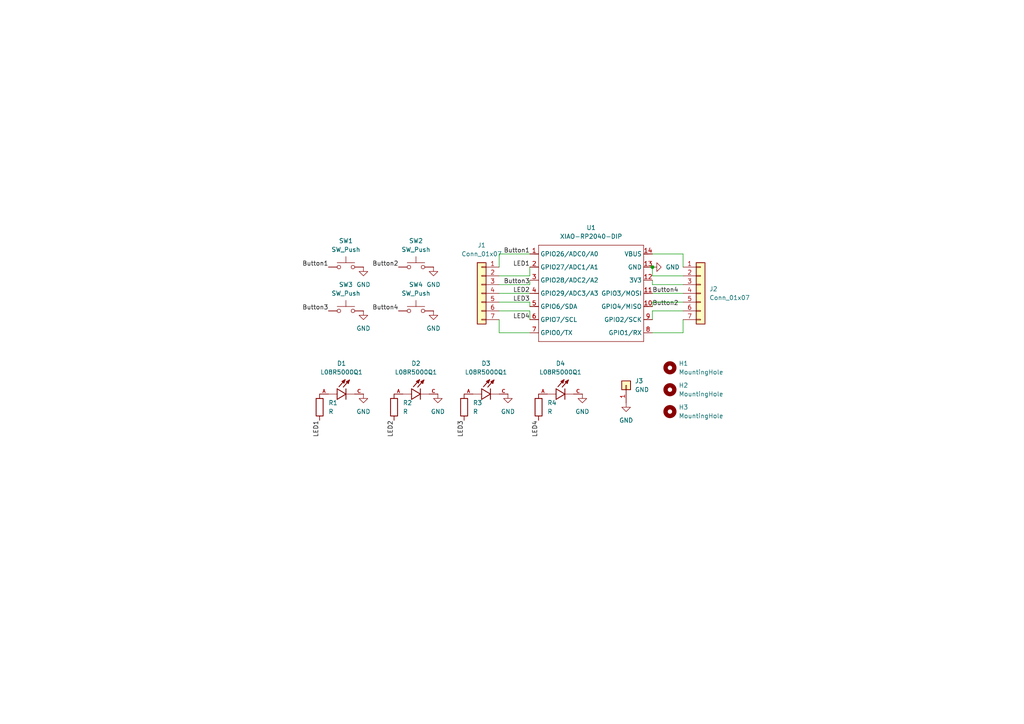
<source format=kicad_sch>
(kicad_sch
	(version 20250114)
	(generator "eeschema")
	(generator_version "9.0")
	(uuid "a5480fb0-ebde-4149-a253-5bf0be17c45e")
	(paper "A4")
	(title_block
		(title "ReflexGrid")
		(company "Rainier P.S.")
	)
	(lib_symbols
		(symbol "Connector_Generic:Conn_01x01"
			(pin_names
				(offset 1.016)
				(hide yes)
			)
			(exclude_from_sim no)
			(in_bom yes)
			(on_board yes)
			(property "Reference" "J"
				(at 0 2.54 0)
				(effects
					(font
						(size 1.27 1.27)
					)
				)
			)
			(property "Value" "Conn_01x01"
				(at 0 -2.54 0)
				(effects
					(font
						(size 1.27 1.27)
					)
				)
			)
			(property "Footprint" ""
				(at 0 0 0)
				(effects
					(font
						(size 1.27 1.27)
					)
					(hide yes)
				)
			)
			(property "Datasheet" "~"
				(at 0 0 0)
				(effects
					(font
						(size 1.27 1.27)
					)
					(hide yes)
				)
			)
			(property "Description" "Generic connector, single row, 01x01, script generated (kicad-library-utils/schlib/autogen/connector/)"
				(at 0 0 0)
				(effects
					(font
						(size 1.27 1.27)
					)
					(hide yes)
				)
			)
			(property "ki_keywords" "connector"
				(at 0 0 0)
				(effects
					(font
						(size 1.27 1.27)
					)
					(hide yes)
				)
			)
			(property "ki_fp_filters" "Connector*:*_1x??_*"
				(at 0 0 0)
				(effects
					(font
						(size 1.27 1.27)
					)
					(hide yes)
				)
			)
			(symbol "Conn_01x01_1_1"
				(rectangle
					(start -1.27 1.27)
					(end 1.27 -1.27)
					(stroke
						(width 0.254)
						(type default)
					)
					(fill
						(type background)
					)
				)
				(rectangle
					(start -1.27 0.127)
					(end 0 -0.127)
					(stroke
						(width 0.1524)
						(type default)
					)
					(fill
						(type none)
					)
				)
				(pin passive line
					(at -5.08 0 0)
					(length 3.81)
					(name "Pin_1"
						(effects
							(font
								(size 1.27 1.27)
							)
						)
					)
					(number "1"
						(effects
							(font
								(size 1.27 1.27)
							)
						)
					)
				)
			)
			(embedded_fonts no)
		)
		(symbol "Connector_Generic:Conn_01x07"
			(pin_names
				(offset 1.016)
				(hide yes)
			)
			(exclude_from_sim no)
			(in_bom yes)
			(on_board yes)
			(property "Reference" "J"
				(at 0 10.16 0)
				(effects
					(font
						(size 1.27 1.27)
					)
				)
			)
			(property "Value" "Conn_01x07"
				(at 0 -10.16 0)
				(effects
					(font
						(size 1.27 1.27)
					)
				)
			)
			(property "Footprint" ""
				(at 0 0 0)
				(effects
					(font
						(size 1.27 1.27)
					)
					(hide yes)
				)
			)
			(property "Datasheet" "~"
				(at 0 0 0)
				(effects
					(font
						(size 1.27 1.27)
					)
					(hide yes)
				)
			)
			(property "Description" "Generic connector, single row, 01x07, script generated (kicad-library-utils/schlib/autogen/connector/)"
				(at 0 0 0)
				(effects
					(font
						(size 1.27 1.27)
					)
					(hide yes)
				)
			)
			(property "ki_keywords" "connector"
				(at 0 0 0)
				(effects
					(font
						(size 1.27 1.27)
					)
					(hide yes)
				)
			)
			(property "ki_fp_filters" "Connector*:*_1x??_*"
				(at 0 0 0)
				(effects
					(font
						(size 1.27 1.27)
					)
					(hide yes)
				)
			)
			(symbol "Conn_01x07_1_1"
				(rectangle
					(start -1.27 8.89)
					(end 1.27 -8.89)
					(stroke
						(width 0.254)
						(type default)
					)
					(fill
						(type background)
					)
				)
				(rectangle
					(start -1.27 7.747)
					(end 0 7.493)
					(stroke
						(width 0.1524)
						(type default)
					)
					(fill
						(type none)
					)
				)
				(rectangle
					(start -1.27 5.207)
					(end 0 4.953)
					(stroke
						(width 0.1524)
						(type default)
					)
					(fill
						(type none)
					)
				)
				(rectangle
					(start -1.27 2.667)
					(end 0 2.413)
					(stroke
						(width 0.1524)
						(type default)
					)
					(fill
						(type none)
					)
				)
				(rectangle
					(start -1.27 0.127)
					(end 0 -0.127)
					(stroke
						(width 0.1524)
						(type default)
					)
					(fill
						(type none)
					)
				)
				(rectangle
					(start -1.27 -2.413)
					(end 0 -2.667)
					(stroke
						(width 0.1524)
						(type default)
					)
					(fill
						(type none)
					)
				)
				(rectangle
					(start -1.27 -4.953)
					(end 0 -5.207)
					(stroke
						(width 0.1524)
						(type default)
					)
					(fill
						(type none)
					)
				)
				(rectangle
					(start -1.27 -7.493)
					(end 0 -7.747)
					(stroke
						(width 0.1524)
						(type default)
					)
					(fill
						(type none)
					)
				)
				(pin passive line
					(at -5.08 7.62 0)
					(length 3.81)
					(name "Pin_1"
						(effects
							(font
								(size 1.27 1.27)
							)
						)
					)
					(number "1"
						(effects
							(font
								(size 1.27 1.27)
							)
						)
					)
				)
				(pin passive line
					(at -5.08 5.08 0)
					(length 3.81)
					(name "Pin_2"
						(effects
							(font
								(size 1.27 1.27)
							)
						)
					)
					(number "2"
						(effects
							(font
								(size 1.27 1.27)
							)
						)
					)
				)
				(pin passive line
					(at -5.08 2.54 0)
					(length 3.81)
					(name "Pin_3"
						(effects
							(font
								(size 1.27 1.27)
							)
						)
					)
					(number "3"
						(effects
							(font
								(size 1.27 1.27)
							)
						)
					)
				)
				(pin passive line
					(at -5.08 0 0)
					(length 3.81)
					(name "Pin_4"
						(effects
							(font
								(size 1.27 1.27)
							)
						)
					)
					(number "4"
						(effects
							(font
								(size 1.27 1.27)
							)
						)
					)
				)
				(pin passive line
					(at -5.08 -2.54 0)
					(length 3.81)
					(name "Pin_5"
						(effects
							(font
								(size 1.27 1.27)
							)
						)
					)
					(number "5"
						(effects
							(font
								(size 1.27 1.27)
							)
						)
					)
				)
				(pin passive line
					(at -5.08 -5.08 0)
					(length 3.81)
					(name "Pin_6"
						(effects
							(font
								(size 1.27 1.27)
							)
						)
					)
					(number "6"
						(effects
							(font
								(size 1.27 1.27)
							)
						)
					)
				)
				(pin passive line
					(at -5.08 -7.62 0)
					(length 3.81)
					(name "Pin_7"
						(effects
							(font
								(size 1.27 1.27)
							)
						)
					)
					(number "7"
						(effects
							(font
								(size 1.27 1.27)
							)
						)
					)
				)
			)
			(embedded_fonts no)
		)
		(symbol "Device:R"
			(pin_numbers
				(hide yes)
			)
			(pin_names
				(offset 0)
			)
			(exclude_from_sim no)
			(in_bom yes)
			(on_board yes)
			(property "Reference" "R"
				(at 2.032 0 90)
				(effects
					(font
						(size 1.27 1.27)
					)
				)
			)
			(property "Value" "R"
				(at 0 0 90)
				(effects
					(font
						(size 1.27 1.27)
					)
				)
			)
			(property "Footprint" ""
				(at -1.778 0 90)
				(effects
					(font
						(size 1.27 1.27)
					)
					(hide yes)
				)
			)
			(property "Datasheet" "~"
				(at 0 0 0)
				(effects
					(font
						(size 1.27 1.27)
					)
					(hide yes)
				)
			)
			(property "Description" "Resistor"
				(at 0 0 0)
				(effects
					(font
						(size 1.27 1.27)
					)
					(hide yes)
				)
			)
			(property "ki_keywords" "R res resistor"
				(at 0 0 0)
				(effects
					(font
						(size 1.27 1.27)
					)
					(hide yes)
				)
			)
			(property "ki_fp_filters" "R_*"
				(at 0 0 0)
				(effects
					(font
						(size 1.27 1.27)
					)
					(hide yes)
				)
			)
			(symbol "R_0_1"
				(rectangle
					(start -1.016 -2.54)
					(end 1.016 2.54)
					(stroke
						(width 0.254)
						(type default)
					)
					(fill
						(type none)
					)
				)
			)
			(symbol "R_1_1"
				(pin passive line
					(at 0 3.81 270)
					(length 1.27)
					(name "~"
						(effects
							(font
								(size 1.27 1.27)
							)
						)
					)
					(number "1"
						(effects
							(font
								(size 1.27 1.27)
							)
						)
					)
				)
				(pin passive line
					(at 0 -3.81 90)
					(length 1.27)
					(name "~"
						(effects
							(font
								(size 1.27 1.27)
							)
						)
					)
					(number "2"
						(effects
							(font
								(size 1.27 1.27)
							)
						)
					)
				)
			)
			(embedded_fonts no)
		)
		(symbol "L08R5000Q1:L08R5000Q1"
			(pin_names
				(offset 1.016)
			)
			(exclude_from_sim no)
			(in_bom yes)
			(on_board yes)
			(property "Reference" "D"
				(at -3.0988 4.4958 0)
				(effects
					(font
						(size 1.27 1.27)
					)
					(justify left bottom)
				)
			)
			(property "Value" "L08R5000Q1"
				(at -3.556 -3.302 0)
				(effects
					(font
						(size 1.27 1.27)
					)
					(justify left bottom)
				)
			)
			(property "Footprint" "L08R5000Q1:LEDRD254W57D500H1070"
				(at 0 0 0)
				(effects
					(font
						(size 1.27 1.27)
					)
					(justify bottom)
					(hide yes)
				)
			)
			(property "Datasheet" ""
				(at 0 0 0)
				(effects
					(font
						(size 1.27 1.27)
					)
					(hide yes)
				)
			)
			(property "Description" ""
				(at 0 0 0)
				(effects
					(font
						(size 1.27 1.27)
					)
					(hide yes)
				)
			)
			(property "MF" "LED Technology"
				(at 0 0 0)
				(effects
					(font
						(size 1.27 1.27)
					)
					(justify bottom)
					(hide yes)
				)
			)
			(property "MAXIMUM_PACKAGE_HEIGHT" "10.7mm"
				(at 0 0 0)
				(effects
					(font
						(size 1.27 1.27)
					)
					(justify bottom)
					(hide yes)
				)
			)
			(property "Package" "None"
				(at 0 0 0)
				(effects
					(font
						(size 1.27 1.27)
					)
					(justify bottom)
					(hide yes)
				)
			)
			(property "Price" "None"
				(at 0 0 0)
				(effects
					(font
						(size 1.27 1.27)
					)
					(justify bottom)
					(hide yes)
				)
			)
			(property "Check_prices" "https://www.snapeda.com/parts/L08R5000Q1/LED+Technology/view-part/?ref=eda"
				(at 0 0 0)
				(effects
					(font
						(size 1.27 1.27)
					)
					(justify bottom)
					(hide yes)
				)
			)
			(property "STANDARD" "IPC-7351B"
				(at 0 0 0)
				(effects
					(font
						(size 1.27 1.27)
					)
					(justify bottom)
					(hide yes)
				)
			)
			(property "PARTREV" "NA"
				(at 0 0 0)
				(effects
					(font
						(size 1.27 1.27)
					)
					(justify bottom)
					(hide yes)
				)
			)
			(property "SnapEDA_Link" "https://www.snapeda.com/parts/L08R5000Q1/LED+Technology/view-part/?ref=snap"
				(at 0 0 0)
				(effects
					(font
						(size 1.27 1.27)
					)
					(justify bottom)
					(hide yes)
				)
			)
			(property "MP" "L08R5000Q1"
				(at 0 0 0)
				(effects
					(font
						(size 1.27 1.27)
					)
					(justify bottom)
					(hide yes)
				)
			)
			(property "Description_1" "LED, 5MM, ORANGE; LED / Lamp Size: 5mm / T-1 3/4; LED Colour: Orange; Typ Luminous Intensity: 4.3mcd; Viewing Angle: ..."
				(at 0 0 0)
				(effects
					(font
						(size 1.27 1.27)
					)
					(justify bottom)
					(hide yes)
				)
			)
			(property "Availability" "Not in stock"
				(at 0 0 0)
				(effects
					(font
						(size 1.27 1.27)
					)
					(justify bottom)
					(hide yes)
				)
			)
			(property "MANUFACTURER" "LED TECHNOLOGY"
				(at 0 0 0)
				(effects
					(font
						(size 1.27 1.27)
					)
					(justify bottom)
					(hide yes)
				)
			)
			(symbol "L08R5000Q1_0_0"
				(polyline
					(pts
						(xy -2.54 1.524) (xy -2.54 0)
					)
					(stroke
						(width 0.254)
						(type default)
					)
					(fill
						(type none)
					)
				)
				(polyline
					(pts
						(xy -2.54 0) (xy -5.08 0)
					)
					(stroke
						(width 0.1524)
						(type default)
					)
					(fill
						(type none)
					)
				)
				(polyline
					(pts
						(xy -2.54 0) (xy -2.54 -1.524)
					)
					(stroke
						(width 0.254)
						(type default)
					)
					(fill
						(type none)
					)
				)
				(polyline
					(pts
						(xy -2.54 -1.524) (xy 0 0)
					)
					(stroke
						(width 0.254)
						(type default)
					)
					(fill
						(type none)
					)
				)
				(polyline
					(pts
						(xy -1.1176 3.683) (xy -0.2286 4.1656)
					)
					(stroke
						(width 0.254)
						(type default)
					)
					(fill
						(type none)
					)
				)
				(polyline
					(pts
						(xy -0.9398 3.6068) (xy -0.7112 3.7592)
					)
					(stroke
						(width 0.254)
						(type default)
					)
					(fill
						(type none)
					)
				)
				(polyline
					(pts
						(xy -0.5588 3.2004) (xy -1.1176 3.683)
					)
					(stroke
						(width 0.254)
						(type default)
					)
					(fill
						(type none)
					)
				)
				(polyline
					(pts
						(xy -0.5588 3.2004) (xy -0.5334 3.937)
					)
					(stroke
						(width 0.254)
						(type default)
					)
					(fill
						(type none)
					)
				)
				(polyline
					(pts
						(xy -0.5334 3.937) (xy -0.6604 3.937)
					)
					(stroke
						(width 0.254)
						(type default)
					)
					(fill
						(type none)
					)
				)
				(polyline
					(pts
						(xy -0.2286 4.1656) (xy -2.0066 2.1336)
					)
					(stroke
						(width 0.254)
						(type default)
					)
					(fill
						(type none)
					)
				)
				(polyline
					(pts
						(xy -0.2286 4.1656) (xy -0.5588 3.2004)
					)
					(stroke
						(width 0.254)
						(type default)
					)
					(fill
						(type none)
					)
				)
				(polyline
					(pts
						(xy 0 1.524) (xy 0 0)
					)
					(stroke
						(width 0.254)
						(type default)
					)
					(fill
						(type none)
					)
				)
				(polyline
					(pts
						(xy 0 0) (xy -2.54 1.524)
					)
					(stroke
						(width 0.254)
						(type default)
					)
					(fill
						(type none)
					)
				)
				(polyline
					(pts
						(xy 0 0) (xy 0 -1.524)
					)
					(stroke
						(width 0.254)
						(type default)
					)
					(fill
						(type none)
					)
				)
				(polyline
					(pts
						(xy 0.127 3.5814) (xy 1.016 4.064)
					)
					(stroke
						(width 0.254)
						(type default)
					)
					(fill
						(type none)
					)
				)
				(polyline
					(pts
						(xy 0.3048 3.5052) (xy 0.5334 3.6576)
					)
					(stroke
						(width 0.254)
						(type default)
					)
					(fill
						(type none)
					)
				)
				(polyline
					(pts
						(xy 0.6858 3.0988) (xy 0.127 3.5814)
					)
					(stroke
						(width 0.254)
						(type default)
					)
					(fill
						(type none)
					)
				)
				(polyline
					(pts
						(xy 0.6858 3.0988) (xy 0.7112 3.8354)
					)
					(stroke
						(width 0.254)
						(type default)
					)
					(fill
						(type none)
					)
				)
				(polyline
					(pts
						(xy 0.7112 3.8354) (xy 0.5842 3.8354)
					)
					(stroke
						(width 0.254)
						(type default)
					)
					(fill
						(type none)
					)
				)
				(polyline
					(pts
						(xy 1.016 4.064) (xy -0.762 2.032)
					)
					(stroke
						(width 0.254)
						(type default)
					)
					(fill
						(type none)
					)
				)
				(polyline
					(pts
						(xy 1.016 4.064) (xy 0.6858 3.0988)
					)
					(stroke
						(width 0.254)
						(type default)
					)
					(fill
						(type none)
					)
				)
				(polyline
					(pts
						(xy 2.54 0) (xy 0 0)
					)
					(stroke
						(width 0.1524)
						(type default)
					)
					(fill
						(type none)
					)
				)
				(pin passive line
					(at -7.62 0 0)
					(length 2.54)
					(name "~"
						(effects
							(font
								(size 1.016 1.016)
							)
						)
					)
					(number "A"
						(effects
							(font
								(size 1.016 1.016)
							)
						)
					)
				)
				(pin passive line
					(at 5.08 0 180)
					(length 2.54)
					(name "~"
						(effects
							(font
								(size 1.016 1.016)
							)
						)
					)
					(number "C"
						(effects
							(font
								(size 1.016 1.016)
							)
						)
					)
				)
			)
			(embedded_fonts no)
		)
		(symbol "Mechanical:MountingHole"
			(pin_names
				(offset 1.016)
			)
			(exclude_from_sim no)
			(in_bom no)
			(on_board yes)
			(property "Reference" "H"
				(at 0 5.08 0)
				(effects
					(font
						(size 1.27 1.27)
					)
				)
			)
			(property "Value" "MountingHole"
				(at 0 3.175 0)
				(effects
					(font
						(size 1.27 1.27)
					)
				)
			)
			(property "Footprint" ""
				(at 0 0 0)
				(effects
					(font
						(size 1.27 1.27)
					)
					(hide yes)
				)
			)
			(property "Datasheet" "~"
				(at 0 0 0)
				(effects
					(font
						(size 1.27 1.27)
					)
					(hide yes)
				)
			)
			(property "Description" "Mounting Hole without connection"
				(at 0 0 0)
				(effects
					(font
						(size 1.27 1.27)
					)
					(hide yes)
				)
			)
			(property "ki_keywords" "mounting hole"
				(at 0 0 0)
				(effects
					(font
						(size 1.27 1.27)
					)
					(hide yes)
				)
			)
			(property "ki_fp_filters" "MountingHole*"
				(at 0 0 0)
				(effects
					(font
						(size 1.27 1.27)
					)
					(hide yes)
				)
			)
			(symbol "MountingHole_0_1"
				(circle
					(center 0 0)
					(radius 1.27)
					(stroke
						(width 1.27)
						(type default)
					)
					(fill
						(type none)
					)
				)
			)
			(embedded_fonts no)
		)
		(symbol "Seeed_Studio_XIAO_Series:XIAO-RP2040-DIP"
			(exclude_from_sim no)
			(in_bom yes)
			(on_board yes)
			(property "Reference" "U"
				(at 0 0 0)
				(effects
					(font
						(size 1.27 1.27)
					)
				)
			)
			(property "Value" "XIAO-RP2040-DIP"
				(at 5.334 -1.778 0)
				(effects
					(font
						(size 1.27 1.27)
					)
				)
			)
			(property "Footprint" "Module:MOUDLE14P-XIAO-DIP-SMD"
				(at 14.478 -32.258 0)
				(effects
					(font
						(size 1.27 1.27)
					)
					(hide yes)
				)
			)
			(property "Datasheet" ""
				(at 0 0 0)
				(effects
					(font
						(size 1.27 1.27)
					)
					(hide yes)
				)
			)
			(property "Description" ""
				(at 0 0 0)
				(effects
					(font
						(size 1.27 1.27)
					)
					(hide yes)
				)
			)
			(symbol "XIAO-RP2040-DIP_1_0"
				(polyline
					(pts
						(xy -1.27 -2.54) (xy 29.21 -2.54)
					)
					(stroke
						(width 0.1524)
						(type solid)
					)
					(fill
						(type none)
					)
				)
				(polyline
					(pts
						(xy -1.27 -5.08) (xy -2.54 -5.08)
					)
					(stroke
						(width 0.1524)
						(type solid)
					)
					(fill
						(type none)
					)
				)
				(polyline
					(pts
						(xy -1.27 -5.08) (xy -1.27 -2.54)
					)
					(stroke
						(width 0.1524)
						(type solid)
					)
					(fill
						(type none)
					)
				)
				(polyline
					(pts
						(xy -1.27 -8.89) (xy -2.54 -8.89)
					)
					(stroke
						(width 0.1524)
						(type solid)
					)
					(fill
						(type none)
					)
				)
				(polyline
					(pts
						(xy -1.27 -8.89) (xy -1.27 -5.08)
					)
					(stroke
						(width 0.1524)
						(type solid)
					)
					(fill
						(type none)
					)
				)
				(polyline
					(pts
						(xy -1.27 -12.7) (xy -2.54 -12.7)
					)
					(stroke
						(width 0.1524)
						(type solid)
					)
					(fill
						(type none)
					)
				)
				(polyline
					(pts
						(xy -1.27 -12.7) (xy -1.27 -8.89)
					)
					(stroke
						(width 0.1524)
						(type solid)
					)
					(fill
						(type none)
					)
				)
				(polyline
					(pts
						(xy -1.27 -16.51) (xy -2.54 -16.51)
					)
					(stroke
						(width 0.1524)
						(type solid)
					)
					(fill
						(type none)
					)
				)
				(polyline
					(pts
						(xy -1.27 -16.51) (xy -1.27 -12.7)
					)
					(stroke
						(width 0.1524)
						(type solid)
					)
					(fill
						(type none)
					)
				)
				(polyline
					(pts
						(xy -1.27 -20.32) (xy -2.54 -20.32)
					)
					(stroke
						(width 0.1524)
						(type solid)
					)
					(fill
						(type none)
					)
				)
				(polyline
					(pts
						(xy -1.27 -24.13) (xy -2.54 -24.13)
					)
					(stroke
						(width 0.1524)
						(type solid)
					)
					(fill
						(type none)
					)
				)
				(polyline
					(pts
						(xy -1.27 -27.94) (xy -2.54 -27.94)
					)
					(stroke
						(width 0.1524)
						(type solid)
					)
					(fill
						(type none)
					)
				)
				(polyline
					(pts
						(xy -1.27 -30.48) (xy -1.27 -16.51)
					)
					(stroke
						(width 0.1524)
						(type solid)
					)
					(fill
						(type none)
					)
				)
				(polyline
					(pts
						(xy 29.21 -2.54) (xy 29.21 -5.08)
					)
					(stroke
						(width 0.1524)
						(type solid)
					)
					(fill
						(type none)
					)
				)
				(polyline
					(pts
						(xy 29.21 -5.08) (xy 29.21 -8.89)
					)
					(stroke
						(width 0.1524)
						(type solid)
					)
					(fill
						(type none)
					)
				)
				(polyline
					(pts
						(xy 29.21 -8.89) (xy 29.21 -12.7)
					)
					(stroke
						(width 0.1524)
						(type solid)
					)
					(fill
						(type none)
					)
				)
				(polyline
					(pts
						(xy 29.21 -12.7) (xy 29.21 -30.48)
					)
					(stroke
						(width 0.1524)
						(type solid)
					)
					(fill
						(type none)
					)
				)
				(polyline
					(pts
						(xy 29.21 -30.48) (xy -1.27 -30.48)
					)
					(stroke
						(width 0.1524)
						(type solid)
					)
					(fill
						(type none)
					)
				)
				(polyline
					(pts
						(xy 30.48 -5.08) (xy 29.21 -5.08)
					)
					(stroke
						(width 0.1524)
						(type solid)
					)
					(fill
						(type none)
					)
				)
				(polyline
					(pts
						(xy 30.48 -8.89) (xy 29.21 -8.89)
					)
					(stroke
						(width 0.1524)
						(type solid)
					)
					(fill
						(type none)
					)
				)
				(polyline
					(pts
						(xy 30.48 -12.7) (xy 29.21 -12.7)
					)
					(stroke
						(width 0.1524)
						(type solid)
					)
					(fill
						(type none)
					)
				)
				(polyline
					(pts
						(xy 30.48 -16.51) (xy 29.21 -16.51)
					)
					(stroke
						(width 0.1524)
						(type solid)
					)
					(fill
						(type none)
					)
				)
				(polyline
					(pts
						(xy 30.48 -20.32) (xy 29.21 -20.32)
					)
					(stroke
						(width 0.1524)
						(type solid)
					)
					(fill
						(type none)
					)
				)
				(polyline
					(pts
						(xy 30.48 -24.13) (xy 29.21 -24.13)
					)
					(stroke
						(width 0.1524)
						(type solid)
					)
					(fill
						(type none)
					)
				)
				(polyline
					(pts
						(xy 30.48 -27.94) (xy 29.21 -27.94)
					)
					(stroke
						(width 0.1524)
						(type solid)
					)
					(fill
						(type none)
					)
				)
				(pin passive line
					(at -3.81 -5.08 0)
					(length 2.54)
					(name "GPIO26/ADC0/A0"
						(effects
							(font
								(size 1.27 1.27)
							)
						)
					)
					(number "1"
						(effects
							(font
								(size 1.27 1.27)
							)
						)
					)
				)
				(pin passive line
					(at -3.81 -8.89 0)
					(length 2.54)
					(name "GPIO27/ADC1/A1"
						(effects
							(font
								(size 1.27 1.27)
							)
						)
					)
					(number "2"
						(effects
							(font
								(size 1.27 1.27)
							)
						)
					)
				)
				(pin passive line
					(at -3.81 -12.7 0)
					(length 2.54)
					(name "GPIO28/ADC2/A2"
						(effects
							(font
								(size 1.27 1.27)
							)
						)
					)
					(number "3"
						(effects
							(font
								(size 1.27 1.27)
							)
						)
					)
				)
				(pin passive line
					(at -3.81 -16.51 0)
					(length 2.54)
					(name "GPIO29/ADC3/A3"
						(effects
							(font
								(size 1.27 1.27)
							)
						)
					)
					(number "4"
						(effects
							(font
								(size 1.27 1.27)
							)
						)
					)
				)
				(pin passive line
					(at -3.81 -20.32 0)
					(length 2.54)
					(name "GPIO6/SDA"
						(effects
							(font
								(size 1.27 1.27)
							)
						)
					)
					(number "5"
						(effects
							(font
								(size 1.27 1.27)
							)
						)
					)
				)
				(pin passive line
					(at -3.81 -24.13 0)
					(length 2.54)
					(name "GPIO7/SCL"
						(effects
							(font
								(size 1.27 1.27)
							)
						)
					)
					(number "6"
						(effects
							(font
								(size 1.27 1.27)
							)
						)
					)
				)
				(pin passive line
					(at -3.81 -27.94 0)
					(length 2.54)
					(name "GPIO0/TX"
						(effects
							(font
								(size 1.27 1.27)
							)
						)
					)
					(number "7"
						(effects
							(font
								(size 1.27 1.27)
							)
						)
					)
				)
				(pin passive line
					(at 31.75 -5.08 180)
					(length 2.54)
					(name "VBUS"
						(effects
							(font
								(size 1.27 1.27)
							)
						)
					)
					(number "14"
						(effects
							(font
								(size 1.27 1.27)
							)
						)
					)
				)
				(pin passive line
					(at 31.75 -8.89 180)
					(length 2.54)
					(name "GND"
						(effects
							(font
								(size 1.27 1.27)
							)
						)
					)
					(number "13"
						(effects
							(font
								(size 1.27 1.27)
							)
						)
					)
				)
				(pin passive line
					(at 31.75 -12.7 180)
					(length 2.54)
					(name "3V3"
						(effects
							(font
								(size 1.27 1.27)
							)
						)
					)
					(number "12"
						(effects
							(font
								(size 1.27 1.27)
							)
						)
					)
				)
				(pin passive line
					(at 31.75 -16.51 180)
					(length 2.54)
					(name "GPIO3/MOSI"
						(effects
							(font
								(size 1.27 1.27)
							)
						)
					)
					(number "11"
						(effects
							(font
								(size 1.27 1.27)
							)
						)
					)
				)
				(pin passive line
					(at 31.75 -20.32 180)
					(length 2.54)
					(name "GPIO4/MISO"
						(effects
							(font
								(size 1.27 1.27)
							)
						)
					)
					(number "10"
						(effects
							(font
								(size 1.27 1.27)
							)
						)
					)
				)
				(pin passive line
					(at 31.75 -24.13 180)
					(length 2.54)
					(name "GPIO2/SCK"
						(effects
							(font
								(size 1.27 1.27)
							)
						)
					)
					(number "9"
						(effects
							(font
								(size 1.27 1.27)
							)
						)
					)
				)
				(pin passive line
					(at 31.75 -27.94 180)
					(length 2.54)
					(name "GPIO1/RX"
						(effects
							(font
								(size 1.27 1.27)
							)
						)
					)
					(number "8"
						(effects
							(font
								(size 1.27 1.27)
							)
						)
					)
				)
			)
			(embedded_fonts no)
		)
		(symbol "Switch:SW_Push"
			(pin_numbers
				(hide yes)
			)
			(pin_names
				(offset 1.016)
				(hide yes)
			)
			(exclude_from_sim no)
			(in_bom yes)
			(on_board yes)
			(property "Reference" "SW"
				(at 1.27 2.54 0)
				(effects
					(font
						(size 1.27 1.27)
					)
					(justify left)
				)
			)
			(property "Value" "SW_Push"
				(at 0 -1.524 0)
				(effects
					(font
						(size 1.27 1.27)
					)
				)
			)
			(property "Footprint" ""
				(at 0 5.08 0)
				(effects
					(font
						(size 1.27 1.27)
					)
					(hide yes)
				)
			)
			(property "Datasheet" "~"
				(at 0 5.08 0)
				(effects
					(font
						(size 1.27 1.27)
					)
					(hide yes)
				)
			)
			(property "Description" "Push button switch, generic, two pins"
				(at 0 0 0)
				(effects
					(font
						(size 1.27 1.27)
					)
					(hide yes)
				)
			)
			(property "ki_keywords" "switch normally-open pushbutton push-button"
				(at 0 0 0)
				(effects
					(font
						(size 1.27 1.27)
					)
					(hide yes)
				)
			)
			(symbol "SW_Push_0_1"
				(circle
					(center -2.032 0)
					(radius 0.508)
					(stroke
						(width 0)
						(type default)
					)
					(fill
						(type none)
					)
				)
				(polyline
					(pts
						(xy 0 1.27) (xy 0 3.048)
					)
					(stroke
						(width 0)
						(type default)
					)
					(fill
						(type none)
					)
				)
				(circle
					(center 2.032 0)
					(radius 0.508)
					(stroke
						(width 0)
						(type default)
					)
					(fill
						(type none)
					)
				)
				(polyline
					(pts
						(xy 2.54 1.27) (xy -2.54 1.27)
					)
					(stroke
						(width 0)
						(type default)
					)
					(fill
						(type none)
					)
				)
				(pin passive line
					(at -5.08 0 0)
					(length 2.54)
					(name "1"
						(effects
							(font
								(size 1.27 1.27)
							)
						)
					)
					(number "1"
						(effects
							(font
								(size 1.27 1.27)
							)
						)
					)
				)
				(pin passive line
					(at 5.08 0 180)
					(length 2.54)
					(name "2"
						(effects
							(font
								(size 1.27 1.27)
							)
						)
					)
					(number "2"
						(effects
							(font
								(size 1.27 1.27)
							)
						)
					)
				)
			)
			(embedded_fonts no)
		)
		(symbol "power:GND"
			(power)
			(pin_numbers
				(hide yes)
			)
			(pin_names
				(offset 0)
				(hide yes)
			)
			(exclude_from_sim no)
			(in_bom yes)
			(on_board yes)
			(property "Reference" "#PWR"
				(at 0 -6.35 0)
				(effects
					(font
						(size 1.27 1.27)
					)
					(hide yes)
				)
			)
			(property "Value" "GND"
				(at 0 -3.81 0)
				(effects
					(font
						(size 1.27 1.27)
					)
				)
			)
			(property "Footprint" ""
				(at 0 0 0)
				(effects
					(font
						(size 1.27 1.27)
					)
					(hide yes)
				)
			)
			(property "Datasheet" ""
				(at 0 0 0)
				(effects
					(font
						(size 1.27 1.27)
					)
					(hide yes)
				)
			)
			(property "Description" "Power symbol creates a global label with name \"GND\" , ground"
				(at 0 0 0)
				(effects
					(font
						(size 1.27 1.27)
					)
					(hide yes)
				)
			)
			(property "ki_keywords" "global power"
				(at 0 0 0)
				(effects
					(font
						(size 1.27 1.27)
					)
					(hide yes)
				)
			)
			(symbol "GND_0_1"
				(polyline
					(pts
						(xy 0 0) (xy 0 -1.27) (xy 1.27 -1.27) (xy 0 -2.54) (xy -1.27 -1.27) (xy 0 -1.27)
					)
					(stroke
						(width 0)
						(type default)
					)
					(fill
						(type none)
					)
				)
			)
			(symbol "GND_1_1"
				(pin power_in line
					(at 0 0 270)
					(length 0)
					(name "~"
						(effects
							(font
								(size 1.27 1.27)
							)
						)
					)
					(number "1"
						(effects
							(font
								(size 1.27 1.27)
							)
						)
					)
				)
			)
			(embedded_fonts no)
		)
	)
	(junction
		(at 189.23 77.47)
		(diameter 0)
		(color 0 0 0 0)
		(uuid "7ef47a6f-1287-4753-bb0c-9ca8a2912f18")
	)
	(wire
		(pts
			(xy 198.12 96.52) (xy 198.12 92.71)
		)
		(stroke
			(width 0)
			(type default)
		)
		(uuid "042b728e-17be-406d-8a3d-e971f6e76439")
	)
	(wire
		(pts
			(xy 144.78 73.66) (xy 153.67 73.66)
		)
		(stroke
			(width 0)
			(type default)
		)
		(uuid "1b0854c5-53b6-4f3f-9c7d-a748837537ff")
	)
	(wire
		(pts
			(xy 189.23 92.71) (xy 189.23 90.17)
		)
		(stroke
			(width 0)
			(type default)
		)
		(uuid "2eb4984b-6d57-4c7a-854f-d90f7f1cb842")
	)
	(wire
		(pts
			(xy 189.23 87.63) (xy 198.12 87.63)
		)
		(stroke
			(width 0)
			(type default)
		)
		(uuid "37d1678f-19c3-474b-8a6b-293de00596c9")
	)
	(wire
		(pts
			(xy 198.12 73.66) (xy 189.23 73.66)
		)
		(stroke
			(width 0)
			(type default)
		)
		(uuid "43ed0909-9693-4894-b723-693fffc658d2")
	)
	(wire
		(pts
			(xy 144.78 87.63) (xy 153.67 87.63)
		)
		(stroke
			(width 0)
			(type default)
		)
		(uuid "4cdf0a71-9ee6-4f90-be20-966920cf4df4")
	)
	(wire
		(pts
			(xy 144.78 92.71) (xy 144.78 96.52)
		)
		(stroke
			(width 0)
			(type default)
		)
		(uuid "59f11c81-12ae-4e1e-bf3d-e658310d22cf")
	)
	(wire
		(pts
			(xy 189.23 80.01) (xy 189.23 77.47)
		)
		(stroke
			(width 0)
			(type default)
		)
		(uuid "6210357c-404e-46b3-8570-bafa73de22e8")
	)
	(wire
		(pts
			(xy 144.78 96.52) (xy 153.67 96.52)
		)
		(stroke
			(width 0)
			(type default)
		)
		(uuid "6e42ab72-72d6-4b9d-a860-f018426f559c")
	)
	(wire
		(pts
			(xy 189.23 90.17) (xy 198.12 90.17)
		)
		(stroke
			(width 0)
			(type default)
		)
		(uuid "73b8a8ac-e520-4da2-a1ad-9e07799073e0")
	)
	(wire
		(pts
			(xy 153.67 87.63) (xy 153.67 88.9)
		)
		(stroke
			(width 0)
			(type default)
		)
		(uuid "8830608d-421a-4ab8-b2c2-30102e74c80a")
	)
	(wire
		(pts
			(xy 198.12 77.47) (xy 198.12 73.66)
		)
		(stroke
			(width 0)
			(type default)
		)
		(uuid "9234f99c-f760-4ae5-96fc-dff4cca84668")
	)
	(wire
		(pts
			(xy 153.67 80.01) (xy 153.67 77.47)
		)
		(stroke
			(width 0)
			(type default)
		)
		(uuid "9e752970-0ed5-45b8-a695-df5e2ca56562")
	)
	(wire
		(pts
			(xy 144.78 90.17) (xy 153.67 90.17)
		)
		(stroke
			(width 0)
			(type default)
		)
		(uuid "a0e9f28a-63d9-4c9a-b0fd-371912662912")
	)
	(wire
		(pts
			(xy 198.12 80.01) (xy 189.23 80.01)
		)
		(stroke
			(width 0)
			(type default)
		)
		(uuid "ab90ecd0-c261-4d99-88c6-8512d18982bd")
	)
	(wire
		(pts
			(xy 198.12 82.55) (xy 189.23 82.55)
		)
		(stroke
			(width 0)
			(type default)
		)
		(uuid "af83cd92-e249-416e-8868-8992be3ddfc5")
	)
	(wire
		(pts
			(xy 189.23 85.09) (xy 198.12 85.09)
		)
		(stroke
			(width 0)
			(type default)
		)
		(uuid "b96bbc85-390f-4d16-8b39-d92e59bddc1e")
	)
	(wire
		(pts
			(xy 144.78 82.55) (xy 153.67 82.55)
		)
		(stroke
			(width 0)
			(type default)
		)
		(uuid "bb8cf0bb-b00a-4992-8aa2-4cf68630a732")
	)
	(wire
		(pts
			(xy 153.67 82.55) (xy 153.67 81.28)
		)
		(stroke
			(width 0)
			(type default)
		)
		(uuid "c112a8fd-4091-417a-b8fa-c4433f113b35")
	)
	(wire
		(pts
			(xy 144.78 77.47) (xy 144.78 73.66)
		)
		(stroke
			(width 0)
			(type default)
		)
		(uuid "d014f8b2-8730-4ee3-b1a9-d96b5b25a8fe")
	)
	(wire
		(pts
			(xy 189.23 88.9) (xy 189.23 87.63)
		)
		(stroke
			(width 0)
			(type default)
		)
		(uuid "da2d905f-1f90-40a4-8f3e-440292250416")
	)
	(wire
		(pts
			(xy 144.78 80.01) (xy 153.67 80.01)
		)
		(stroke
			(width 0)
			(type default)
		)
		(uuid "dff3a0ef-48be-49f2-a024-686996aad11f")
	)
	(wire
		(pts
			(xy 144.78 85.09) (xy 153.67 85.09)
		)
		(stroke
			(width 0)
			(type default)
		)
		(uuid "ebc52fe3-4794-49ba-90bc-acce13d337a7")
	)
	(wire
		(pts
			(xy 153.67 90.17) (xy 153.67 92.71)
		)
		(stroke
			(width 0)
			(type default)
		)
		(uuid "eeced23f-fd1a-49cb-825b-559c58ba4938")
	)
	(wire
		(pts
			(xy 189.23 82.55) (xy 189.23 81.28)
		)
		(stroke
			(width 0)
			(type default)
		)
		(uuid "f0566e74-612e-4e2b-98ce-e7da34ffb218")
	)
	(wire
		(pts
			(xy 189.23 96.52) (xy 198.12 96.52)
		)
		(stroke
			(width 0)
			(type default)
		)
		(uuid "fa993e3a-6a21-416a-a3c8-83f1eac148f1")
	)
	(label "LED1"
		(at 92.71 121.92 270)
		(effects
			(font
				(size 1.27 1.27)
			)
			(justify right bottom)
		)
		(uuid "0c2f3b6d-f7f7-4742-9e02-84738b83ee43")
	)
	(label "LED2"
		(at 114.3 121.92 270)
		(effects
			(font
				(size 1.27 1.27)
			)
			(justify right bottom)
		)
		(uuid "2015f6f4-a933-46a2-9084-736ff6c56add")
	)
	(label "Button2"
		(at 115.57 77.47 180)
		(effects
			(font
				(size 1.27 1.27)
			)
			(justify right bottom)
		)
		(uuid "2544381a-8bd7-4684-8958-8b35ab0c585f")
	)
	(label "LED1"
		(at 153.67 77.47 180)
		(effects
			(font
				(size 1.27 1.27)
			)
			(justify right bottom)
		)
		(uuid "47b38e4c-8ff8-4b5d-9ad4-8f13b40a4401")
	)
	(label "Button4"
		(at 115.57 90.17 180)
		(effects
			(font
				(size 1.27 1.27)
			)
			(justify right bottom)
		)
		(uuid "616bd02b-6f65-41b6-81c3-2fcd8cd4b529")
	)
	(label "LED2"
		(at 153.67 85.09 180)
		(effects
			(font
				(size 1.27 1.27)
			)
			(justify right bottom)
		)
		(uuid "72e6ba69-ef8c-4dc3-b895-143464703fbe")
	)
	(label "Button3"
		(at 153.67 82.55 180)
		(effects
			(font
				(size 1.27 1.27)
			)
			(justify right bottom)
		)
		(uuid "7b6c9354-a06b-43ce-9983-c210507ca97f")
	)
	(label "LED3"
		(at 153.67 87.63 180)
		(effects
			(font
				(size 1.27 1.27)
			)
			(justify right bottom)
		)
		(uuid "8ff9fcf9-402b-41ee-9ef5-6edff4712374")
	)
	(label "LED3"
		(at 134.62 121.92 270)
		(effects
			(font
				(size 1.27 1.27)
			)
			(justify right bottom)
		)
		(uuid "9f8fe60a-5280-4793-9fd8-e1eef3563505")
	)
	(label "Button1"
		(at 95.25 77.47 180)
		(effects
			(font
				(size 1.27 1.27)
			)
			(justify right bottom)
		)
		(uuid "a25bd440-5c11-4912-8553-728abcd55bad")
	)
	(label "LED4"
		(at 153.67 92.71 180)
		(effects
			(font
				(size 1.27 1.27)
			)
			(justify right bottom)
		)
		(uuid "a4a82e46-ffdc-449d-87c2-c6c67b6155c4")
	)
	(label "Button3"
		(at 95.25 90.17 180)
		(effects
			(font
				(size 1.27 1.27)
			)
			(justify right bottom)
		)
		(uuid "b0d12a1f-a8f4-471c-a183-d0e1d1db19e0")
	)
	(label "Button1"
		(at 153.67 73.66 180)
		(effects
			(font
				(size 1.27 1.27)
			)
			(justify right bottom)
		)
		(uuid "ccae36a1-f0a5-41ca-a2d0-c934442e3f9a")
	)
	(label "Button2"
		(at 189.23 88.9 0)
		(effects
			(font
				(size 1.27 1.27)
			)
			(justify left bottom)
		)
		(uuid "d36bfa86-5ee5-462b-89ad-0291d1955eb2")
	)
	(label "Button4"
		(at 189.23 85.09 0)
		(effects
			(font
				(size 1.27 1.27)
			)
			(justify left bottom)
		)
		(uuid "eff2431f-728e-4d52-a0f7-19fdcf171b5f")
	)
	(label "LED4"
		(at 156.21 121.92 270)
		(effects
			(font
				(size 1.27 1.27)
			)
			(justify right bottom)
		)
		(uuid "f4f01055-fc3b-4a29-aa47-2c0cf43641a6")
	)
	(symbol
		(lib_id "power:GND")
		(at 125.73 90.17 0)
		(unit 1)
		(exclude_from_sim no)
		(in_bom yes)
		(on_board yes)
		(dnp no)
		(fields_autoplaced yes)
		(uuid "018d36cc-e8cc-46bc-a37d-531952f22b51")
		(property "Reference" "#PWR07"
			(at 125.73 96.52 0)
			(effects
				(font
					(size 1.27 1.27)
				)
				(hide yes)
			)
		)
		(property "Value" "GND"
			(at 125.73 95.25 0)
			(effects
				(font
					(size 1.27 1.27)
				)
			)
		)
		(property "Footprint" ""
			(at 125.73 90.17 0)
			(effects
				(font
					(size 1.27 1.27)
				)
				(hide yes)
			)
		)
		(property "Datasheet" ""
			(at 125.73 90.17 0)
			(effects
				(font
					(size 1.27 1.27)
				)
				(hide yes)
			)
		)
		(property "Description" "Power symbol creates a global label with name \"GND\" , ground"
			(at 125.73 90.17 0)
			(effects
				(font
					(size 1.27 1.27)
				)
				(hide yes)
			)
		)
		(pin "1"
			(uuid "f0e2728f-7048-4081-9a60-2b9220394585")
		)
		(instances
			(project ""
				(path "/a5480fb0-ebde-4149-a253-5bf0be17c45e"
					(reference "#PWR07")
					(unit 1)
				)
			)
		)
	)
	(symbol
		(lib_id "Switch:SW_Push")
		(at 120.65 77.47 0)
		(unit 1)
		(exclude_from_sim no)
		(in_bom yes)
		(on_board yes)
		(dnp no)
		(fields_autoplaced yes)
		(uuid "133712a4-7526-45ce-8706-01fa107ffb55")
		(property "Reference" "SW2"
			(at 120.65 69.85 0)
			(effects
				(font
					(size 1.27 1.27)
				)
			)
		)
		(property "Value" "SW_Push"
			(at 120.65 72.39 0)
			(effects
				(font
					(size 1.27 1.27)
				)
			)
		)
		(property "Footprint" "Button_Switch_Keyboard:SW_Cherry_MX_1.00u_PCB"
			(at 120.65 72.39 0)
			(effects
				(font
					(size 1.27 1.27)
				)
				(hide yes)
			)
		)
		(property "Datasheet" "~"
			(at 120.65 72.39 0)
			(effects
				(font
					(size 1.27 1.27)
				)
				(hide yes)
			)
		)
		(property "Description" "Push button switch, generic, two pins"
			(at 120.65 77.47 0)
			(effects
				(font
					(size 1.27 1.27)
				)
				(hide yes)
			)
		)
		(pin "2"
			(uuid "44b3b2f1-b2e1-4c5a-9b1a-b9b93b8c7565")
		)
		(pin "1"
			(uuid "63344cb0-901d-4a87-8b3c-f709d0fdaa2a")
		)
		(instances
			(project ""
				(path "/a5480fb0-ebde-4149-a253-5bf0be17c45e"
					(reference "SW2")
					(unit 1)
				)
			)
		)
	)
	(symbol
		(lib_id "Device:R")
		(at 92.71 118.11 0)
		(unit 1)
		(exclude_from_sim no)
		(in_bom yes)
		(on_board yes)
		(dnp no)
		(fields_autoplaced yes)
		(uuid "1687e5f6-eb9f-4200-8d38-45bc1515d3df")
		(property "Reference" "R1"
			(at 95.25 116.8399 0)
			(effects
				(font
					(size 1.27 1.27)
				)
				(justify left)
			)
		)
		(property "Value" "R"
			(at 95.25 119.3799 0)
			(effects
				(font
					(size 1.27 1.27)
				)
				(justify left)
			)
		)
		(property "Footprint" "Resistor_THT:R_Axial_DIN0204_L3.6mm_D1.6mm_P5.08mm_Horizontal"
			(at 90.932 118.11 90)
			(effects
				(font
					(size 1.27 1.27)
				)
				(hide yes)
			)
		)
		(property "Datasheet" "~"
			(at 92.71 118.11 0)
			(effects
				(font
					(size 1.27 1.27)
				)
				(hide yes)
			)
		)
		(property "Description" "Resistor"
			(at 92.71 118.11 0)
			(effects
				(font
					(size 1.27 1.27)
				)
				(hide yes)
			)
		)
		(pin "2"
			(uuid "962ee4ae-e1fa-492d-ba8c-44c46f7e6bd6")
		)
		(pin "1"
			(uuid "14dcbef9-6b60-4276-ac0d-6bdd21db50cc")
		)
		(instances
			(project ""
				(path "/a5480fb0-ebde-4149-a253-5bf0be17c45e"
					(reference "R1")
					(unit 1)
				)
			)
		)
	)
	(symbol
		(lib_id "power:GND")
		(at 127 114.3 0)
		(unit 1)
		(exclude_from_sim no)
		(in_bom yes)
		(on_board yes)
		(dnp no)
		(fields_autoplaced yes)
		(uuid "1aed30e8-2501-41a7-a1a0-d78479515bc6")
		(property "Reference" "#PWR02"
			(at 127 120.65 0)
			(effects
				(font
					(size 1.27 1.27)
				)
				(hide yes)
			)
		)
		(property "Value" "GND"
			(at 127 119.38 0)
			(effects
				(font
					(size 1.27 1.27)
				)
			)
		)
		(property "Footprint" ""
			(at 127 114.3 0)
			(effects
				(font
					(size 1.27 1.27)
				)
				(hide yes)
			)
		)
		(property "Datasheet" ""
			(at 127 114.3 0)
			(effects
				(font
					(size 1.27 1.27)
				)
				(hide yes)
			)
		)
		(property "Description" "Power symbol creates a global label with name \"GND\" , ground"
			(at 127 114.3 0)
			(effects
				(font
					(size 1.27 1.27)
				)
				(hide yes)
			)
		)
		(pin "1"
			(uuid "fd7ac2f6-1383-40cc-b9db-e3cce99d6842")
		)
		(instances
			(project ""
				(path "/a5480fb0-ebde-4149-a253-5bf0be17c45e"
					(reference "#PWR02")
					(unit 1)
				)
			)
		)
	)
	(symbol
		(lib_id "Seeed_Studio_XIAO_Series:XIAO-RP2040-DIP")
		(at 157.48 68.58 0)
		(unit 1)
		(exclude_from_sim no)
		(in_bom yes)
		(on_board yes)
		(dnp no)
		(fields_autoplaced yes)
		(uuid "247981d8-c5f9-449b-a9b6-eb0a197eb0c2")
		(property "Reference" "U1"
			(at 171.45 66.04 0)
			(effects
				(font
					(size 1.27 1.27)
				)
			)
		)
		(property "Value" "XIAO-RP2040-DIP"
			(at 171.45 68.58 0)
			(effects
				(font
					(size 1.27 1.27)
				)
			)
		)
		(property "Footprint" "Footprints:XIAO-RP2040-DIP"
			(at 171.958 100.838 0)
			(effects
				(font
					(size 1.27 1.27)
				)
				(hide yes)
			)
		)
		(property "Datasheet" ""
			(at 157.48 68.58 0)
			(effects
				(font
					(size 1.27 1.27)
				)
				(hide yes)
			)
		)
		(property "Description" ""
			(at 157.48 68.58 0)
			(effects
				(font
					(size 1.27 1.27)
				)
				(hide yes)
			)
		)
		(pin "8"
			(uuid "24c9b89a-e057-4541-8d70-bb718c7de1b7")
		)
		(pin "7"
			(uuid "3ccb3459-0700-436f-a087-5db9d11fdaa6")
		)
		(pin "4"
			(uuid "a846f359-79fd-4bee-aef5-55149da4d217")
		)
		(pin "1"
			(uuid "4aa09ecd-d543-4fa5-9365-498eacdfb7dc")
		)
		(pin "6"
			(uuid "f8946698-ba5f-4d6a-8e62-5e69f5ed083b")
		)
		(pin "14"
			(uuid "2303c623-0516-4f14-9e36-f49fe101e04f")
		)
		(pin "13"
			(uuid "b8fcbda6-2581-4df0-b203-40855c3ed081")
		)
		(pin "11"
			(uuid "9c767894-4870-4e3e-87b8-65ddd157e20c")
		)
		(pin "12"
			(uuid "9c42661b-b8e1-46cd-8753-3aed4250fe6e")
		)
		(pin "3"
			(uuid "e41f31e9-f561-4498-8b79-4271ceb97810")
		)
		(pin "5"
			(uuid "63464067-5617-4021-adb2-e2c4b915839e")
		)
		(pin "9"
			(uuid "b15ab5e3-9314-4e87-93c6-577ca1b2dc18")
		)
		(pin "2"
			(uuid "54f6eed8-7717-4ebb-9537-afe1a67673cb")
		)
		(pin "10"
			(uuid "987e9893-8eb8-42a8-95cd-c270f324f475")
		)
		(instances
			(project ""
				(path "/a5480fb0-ebde-4149-a253-5bf0be17c45e"
					(reference "U1")
					(unit 1)
				)
			)
		)
	)
	(symbol
		(lib_id "Switch:SW_Push")
		(at 120.65 90.17 0)
		(unit 1)
		(exclude_from_sim no)
		(in_bom yes)
		(on_board yes)
		(dnp no)
		(fields_autoplaced yes)
		(uuid "2a36892c-63b7-460b-ba10-7583991a9476")
		(property "Reference" "SW4"
			(at 120.65 82.55 0)
			(effects
				(font
					(size 1.27 1.27)
				)
			)
		)
		(property "Value" "SW_Push"
			(at 120.65 85.09 0)
			(effects
				(font
					(size 1.27 1.27)
				)
			)
		)
		(property "Footprint" "Button_Switch_Keyboard:SW_Cherry_MX_1.00u_PCB"
			(at 120.65 85.09 0)
			(effects
				(font
					(size 1.27 1.27)
				)
				(hide yes)
			)
		)
		(property "Datasheet" "~"
			(at 120.65 85.09 0)
			(effects
				(font
					(size 1.27 1.27)
				)
				(hide yes)
			)
		)
		(property "Description" "Push button switch, generic, two pins"
			(at 120.65 90.17 0)
			(effects
				(font
					(size 1.27 1.27)
				)
				(hide yes)
			)
		)
		(pin "1"
			(uuid "e729b5a9-550c-4c88-ae0c-1659f0eaf5cd")
		)
		(pin "2"
			(uuid "452e5ea6-07d6-465d-8649-e92ebe90daa4")
		)
		(instances
			(project ""
				(path "/a5480fb0-ebde-4149-a253-5bf0be17c45e"
					(reference "SW4")
					(unit 1)
				)
			)
		)
	)
	(symbol
		(lib_id "Device:R")
		(at 134.62 118.11 0)
		(unit 1)
		(exclude_from_sim no)
		(in_bom yes)
		(on_board yes)
		(dnp no)
		(fields_autoplaced yes)
		(uuid "2b26e99e-059a-48c8-829c-b751130c5536")
		(property "Reference" "R3"
			(at 137.16 116.8399 0)
			(effects
				(font
					(size 1.27 1.27)
				)
				(justify left)
			)
		)
		(property "Value" "R"
			(at 137.16 119.3799 0)
			(effects
				(font
					(size 1.27 1.27)
				)
				(justify left)
			)
		)
		(property "Footprint" "Resistor_THT:R_Axial_DIN0204_L3.6mm_D1.6mm_P5.08mm_Horizontal"
			(at 132.842 118.11 90)
			(effects
				(font
					(size 1.27 1.27)
				)
				(hide yes)
			)
		)
		(property "Datasheet" "~"
			(at 134.62 118.11 0)
			(effects
				(font
					(size 1.27 1.27)
				)
				(hide yes)
			)
		)
		(property "Description" "Resistor"
			(at 134.62 118.11 0)
			(effects
				(font
					(size 1.27 1.27)
				)
				(hide yes)
			)
		)
		(pin "1"
			(uuid "c907776f-b813-4dea-b057-e8c3e2fe7d64")
		)
		(pin "2"
			(uuid "dc45a760-220c-472b-8521-7cd924a47840")
		)
		(instances
			(project ""
				(path "/a5480fb0-ebde-4149-a253-5bf0be17c45e"
					(reference "R3")
					(unit 1)
				)
			)
		)
	)
	(symbol
		(lib_id "Device:R")
		(at 156.21 118.11 0)
		(unit 1)
		(exclude_from_sim no)
		(in_bom yes)
		(on_board yes)
		(dnp no)
		(fields_autoplaced yes)
		(uuid "33ad11ee-6061-4ec9-9213-be4a9af38cdd")
		(property "Reference" "R4"
			(at 158.75 116.8399 0)
			(effects
				(font
					(size 1.27 1.27)
				)
				(justify left)
			)
		)
		(property "Value" "R"
			(at 158.75 119.3799 0)
			(effects
				(font
					(size 1.27 1.27)
				)
				(justify left)
			)
		)
		(property "Footprint" "Resistor_THT:R_Axial_DIN0204_L3.6mm_D1.6mm_P5.08mm_Horizontal"
			(at 154.432 118.11 90)
			(effects
				(font
					(size 1.27 1.27)
				)
				(hide yes)
			)
		)
		(property "Datasheet" "~"
			(at 156.21 118.11 0)
			(effects
				(font
					(size 1.27 1.27)
				)
				(hide yes)
			)
		)
		(property "Description" "Resistor"
			(at 156.21 118.11 0)
			(effects
				(font
					(size 1.27 1.27)
				)
				(hide yes)
			)
		)
		(pin "1"
			(uuid "a584c63a-35ba-480d-93d7-cc770aa6b4c8")
		)
		(pin "2"
			(uuid "1ec38af0-9c41-493a-b9e6-60aec8a89bea")
		)
		(instances
			(project ""
				(path "/a5480fb0-ebde-4149-a253-5bf0be17c45e"
					(reference "R4")
					(unit 1)
				)
			)
		)
	)
	(symbol
		(lib_id "Connector_Generic:Conn_01x01")
		(at 181.61 111.76 90)
		(unit 1)
		(exclude_from_sim no)
		(in_bom yes)
		(on_board yes)
		(dnp no)
		(fields_autoplaced yes)
		(uuid "3705de1f-a77c-4a2f-92e6-7aa7b7530884")
		(property "Reference" "J3"
			(at 184.15 110.4899 90)
			(effects
				(font
					(size 1.27 1.27)
				)
				(justify right)
			)
		)
		(property "Value" "GND"
			(at 184.15 113.0299 90)
			(effects
				(font
					(size 1.27 1.27)
				)
				(justify right)
			)
		)
		(property "Footprint" "TestPoint:TestPoint_THTPad_D1.5mm_Drill0.7mm"
			(at 181.61 111.76 0)
			(effects
				(font
					(size 1.27 1.27)
				)
				(hide yes)
			)
		)
		(property "Datasheet" "~"
			(at 181.61 111.76 0)
			(effects
				(font
					(size 1.27 1.27)
				)
				(hide yes)
			)
		)
		(property "Description" "Generic connector, single row, 01x01, script generated (kicad-library-utils/schlib/autogen/connector/)"
			(at 181.61 111.76 0)
			(effects
				(font
					(size 1.27 1.27)
				)
				(hide yes)
			)
		)
		(pin "1"
			(uuid "240f4140-91b1-4970-b2ca-eb7c35302e6a")
		)
		(instances
			(project ""
				(path "/a5480fb0-ebde-4149-a253-5bf0be17c45e"
					(reference "J3")
					(unit 1)
				)
			)
		)
	)
	(symbol
		(lib_id "power:GND")
		(at 189.23 77.47 90)
		(unit 1)
		(exclude_from_sim no)
		(in_bom yes)
		(on_board yes)
		(dnp no)
		(fields_autoplaced yes)
		(uuid "3936ad86-4eb1-4328-8d79-21052075089d")
		(property "Reference" "#PWR011"
			(at 195.58 77.47 0)
			(effects
				(font
					(size 1.27 1.27)
				)
				(hide yes)
			)
		)
		(property "Value" "GND"
			(at 193.04 77.4699 90)
			(effects
				(font
					(size 1.27 1.27)
				)
				(justify right)
			)
		)
		(property "Footprint" ""
			(at 189.23 77.47 0)
			(effects
				(font
					(size 1.27 1.27)
				)
				(hide yes)
			)
		)
		(property "Datasheet" ""
			(at 189.23 77.47 0)
			(effects
				(font
					(size 1.27 1.27)
				)
				(hide yes)
			)
		)
		(property "Description" "Power symbol creates a global label with name \"GND\" , ground"
			(at 189.23 77.47 0)
			(effects
				(font
					(size 1.27 1.27)
				)
				(hide yes)
			)
		)
		(pin "1"
			(uuid "8872e23c-c8e3-4f6f-87af-5cd94fbd79b0")
		)
		(instances
			(project ""
				(path "/a5480fb0-ebde-4149-a253-5bf0be17c45e"
					(reference "#PWR011")
					(unit 1)
				)
			)
		)
	)
	(symbol
		(lib_id "power:GND")
		(at 105.41 77.47 0)
		(unit 1)
		(exclude_from_sim no)
		(in_bom yes)
		(on_board yes)
		(dnp no)
		(fields_autoplaced yes)
		(uuid "5af23714-1dc3-46f4-b6f8-9d0880fa25de")
		(property "Reference" "#PWR05"
			(at 105.41 83.82 0)
			(effects
				(font
					(size 1.27 1.27)
				)
				(hide yes)
			)
		)
		(property "Value" "GND"
			(at 105.41 82.55 0)
			(effects
				(font
					(size 1.27 1.27)
				)
			)
		)
		(property "Footprint" ""
			(at 105.41 77.47 0)
			(effects
				(font
					(size 1.27 1.27)
				)
				(hide yes)
			)
		)
		(property "Datasheet" ""
			(at 105.41 77.47 0)
			(effects
				(font
					(size 1.27 1.27)
				)
				(hide yes)
			)
		)
		(property "Description" "Power symbol creates a global label with name \"GND\" , ground"
			(at 105.41 77.47 0)
			(effects
				(font
					(size 1.27 1.27)
				)
				(hide yes)
			)
		)
		(pin "1"
			(uuid "8d950426-449f-4c48-8ce8-b64674eb4c87")
		)
		(instances
			(project ""
				(path "/a5480fb0-ebde-4149-a253-5bf0be17c45e"
					(reference "#PWR05")
					(unit 1)
				)
			)
		)
	)
	(symbol
		(lib_id "power:GND")
		(at 147.32 114.3 0)
		(unit 1)
		(exclude_from_sim no)
		(in_bom yes)
		(on_board yes)
		(dnp no)
		(fields_autoplaced yes)
		(uuid "5c9616cd-a913-4e13-a33b-a91718ed500e")
		(property "Reference" "#PWR03"
			(at 147.32 120.65 0)
			(effects
				(font
					(size 1.27 1.27)
				)
				(hide yes)
			)
		)
		(property "Value" "GND"
			(at 147.32 119.38 0)
			(effects
				(font
					(size 1.27 1.27)
				)
			)
		)
		(property "Footprint" ""
			(at 147.32 114.3 0)
			(effects
				(font
					(size 1.27 1.27)
				)
				(hide yes)
			)
		)
		(property "Datasheet" ""
			(at 147.32 114.3 0)
			(effects
				(font
					(size 1.27 1.27)
				)
				(hide yes)
			)
		)
		(property "Description" "Power symbol creates a global label with name \"GND\" , ground"
			(at 147.32 114.3 0)
			(effects
				(font
					(size 1.27 1.27)
				)
				(hide yes)
			)
		)
		(pin "1"
			(uuid "2ba64e21-7660-4c99-8488-5eafb8d6cb31")
		)
		(instances
			(project ""
				(path "/a5480fb0-ebde-4149-a253-5bf0be17c45e"
					(reference "#PWR03")
					(unit 1)
				)
			)
		)
	)
	(symbol
		(lib_id "Mechanical:MountingHole")
		(at 194.31 119.38 0)
		(unit 1)
		(exclude_from_sim no)
		(in_bom no)
		(on_board yes)
		(dnp no)
		(fields_autoplaced yes)
		(uuid "5d700f0e-564b-4fd4-81ce-6654fe8ead8e")
		(property "Reference" "H3"
			(at 196.85 118.1099 0)
			(effects
				(font
					(size 1.27 1.27)
				)
				(justify left)
			)
		)
		(property "Value" "MountingHole"
			(at 196.85 120.6499 0)
			(effects
				(font
					(size 1.27 1.27)
				)
				(justify left)
			)
		)
		(property "Footprint" "MountingHole:MountingHole_3.2mm_M3"
			(at 194.31 119.38 0)
			(effects
				(font
					(size 1.27 1.27)
				)
				(hide yes)
			)
		)
		(property "Datasheet" "~"
			(at 194.31 119.38 0)
			(effects
				(font
					(size 1.27 1.27)
				)
				(hide yes)
			)
		)
		(property "Description" "Mounting Hole without connection"
			(at 194.31 119.38 0)
			(effects
				(font
					(size 1.27 1.27)
				)
				(hide yes)
			)
		)
		(instances
			(project ""
				(path "/a5480fb0-ebde-4149-a253-5bf0be17c45e"
					(reference "H3")
					(unit 1)
				)
			)
		)
	)
	(symbol
		(lib_id "power:GND")
		(at 105.41 114.3 0)
		(unit 1)
		(exclude_from_sim no)
		(in_bom yes)
		(on_board yes)
		(dnp no)
		(fields_autoplaced yes)
		(uuid "61cee31f-5248-4081-87f7-a20d961cc265")
		(property "Reference" "#PWR01"
			(at 105.41 120.65 0)
			(effects
				(font
					(size 1.27 1.27)
				)
				(hide yes)
			)
		)
		(property "Value" "GND"
			(at 105.41 119.38 0)
			(effects
				(font
					(size 1.27 1.27)
				)
			)
		)
		(property "Footprint" ""
			(at 105.41 114.3 0)
			(effects
				(font
					(size 1.27 1.27)
				)
				(hide yes)
			)
		)
		(property "Datasheet" ""
			(at 105.41 114.3 0)
			(effects
				(font
					(size 1.27 1.27)
				)
				(hide yes)
			)
		)
		(property "Description" "Power symbol creates a global label with name \"GND\" , ground"
			(at 105.41 114.3 0)
			(effects
				(font
					(size 1.27 1.27)
				)
				(hide yes)
			)
		)
		(pin "1"
			(uuid "61b94017-650d-4569-afc8-63db0ed972e6")
		)
		(instances
			(project ""
				(path "/a5480fb0-ebde-4149-a253-5bf0be17c45e"
					(reference "#PWR01")
					(unit 1)
				)
			)
		)
	)
	(symbol
		(lib_id "power:GND")
		(at 125.73 77.47 0)
		(unit 1)
		(exclude_from_sim no)
		(in_bom yes)
		(on_board yes)
		(dnp no)
		(fields_autoplaced yes)
		(uuid "6a54d011-e39d-49dd-96a6-560b0360ba91")
		(property "Reference" "#PWR08"
			(at 125.73 83.82 0)
			(effects
				(font
					(size 1.27 1.27)
				)
				(hide yes)
			)
		)
		(property "Value" "GND"
			(at 125.73 82.55 0)
			(effects
				(font
					(size 1.27 1.27)
				)
			)
		)
		(property "Footprint" ""
			(at 125.73 77.47 0)
			(effects
				(font
					(size 1.27 1.27)
				)
				(hide yes)
			)
		)
		(property "Datasheet" ""
			(at 125.73 77.47 0)
			(effects
				(font
					(size 1.27 1.27)
				)
				(hide yes)
			)
		)
		(property "Description" "Power symbol creates a global label with name \"GND\" , ground"
			(at 125.73 77.47 0)
			(effects
				(font
					(size 1.27 1.27)
				)
				(hide yes)
			)
		)
		(pin "1"
			(uuid "8033653e-d5c2-4da0-91b9-404d3f017aea")
		)
		(instances
			(project ""
				(path "/a5480fb0-ebde-4149-a253-5bf0be17c45e"
					(reference "#PWR08")
					(unit 1)
				)
			)
		)
	)
	(symbol
		(lib_id "Switch:SW_Push")
		(at 100.33 77.47 0)
		(unit 1)
		(exclude_from_sim no)
		(in_bom yes)
		(on_board yes)
		(dnp no)
		(fields_autoplaced yes)
		(uuid "80f048db-f48b-4d05-8013-c5d03a9fcee8")
		(property "Reference" "SW1"
			(at 100.33 69.85 0)
			(effects
				(font
					(size 1.27 1.27)
				)
			)
		)
		(property "Value" "SW_Push"
			(at 100.33 72.39 0)
			(effects
				(font
					(size 1.27 1.27)
				)
			)
		)
		(property "Footprint" "Button_Switch_Keyboard:SW_Cherry_MX_1.00u_PCB"
			(at 100.33 72.39 0)
			(effects
				(font
					(size 1.27 1.27)
				)
				(hide yes)
			)
		)
		(property "Datasheet" "~"
			(at 100.33 72.39 0)
			(effects
				(font
					(size 1.27 1.27)
				)
				(hide yes)
			)
		)
		(property "Description" "Push button switch, generic, two pins"
			(at 100.33 77.47 0)
			(effects
				(font
					(size 1.27 1.27)
				)
				(hide yes)
			)
		)
		(pin "2"
			(uuid "e22fa314-9a91-43da-bae9-952f043dccf0")
		)
		(pin "1"
			(uuid "a9e2e54d-bd74-424b-ac42-63aec2107884")
		)
		(instances
			(project ""
				(path "/a5480fb0-ebde-4149-a253-5bf0be17c45e"
					(reference "SW1")
					(unit 1)
				)
			)
		)
	)
	(symbol
		(lib_id "Mechanical:MountingHole")
		(at 194.31 106.68 0)
		(unit 1)
		(exclude_from_sim no)
		(in_bom no)
		(on_board yes)
		(dnp no)
		(fields_autoplaced yes)
		(uuid "818e0d8e-9861-4bfa-9f34-68fbbe40f8bf")
		(property "Reference" "H1"
			(at 196.85 105.4099 0)
			(effects
				(font
					(size 1.27 1.27)
				)
				(justify left)
			)
		)
		(property "Value" "MountingHole"
			(at 196.85 107.9499 0)
			(effects
				(font
					(size 1.27 1.27)
				)
				(justify left)
			)
		)
		(property "Footprint" "MountingHole:MountingHole_3.2mm_M3"
			(at 194.31 106.68 0)
			(effects
				(font
					(size 1.27 1.27)
				)
				(hide yes)
			)
		)
		(property "Datasheet" "~"
			(at 194.31 106.68 0)
			(effects
				(font
					(size 1.27 1.27)
				)
				(hide yes)
			)
		)
		(property "Description" "Mounting Hole without connection"
			(at 194.31 106.68 0)
			(effects
				(font
					(size 1.27 1.27)
				)
				(hide yes)
			)
		)
		(instances
			(project ""
				(path "/a5480fb0-ebde-4149-a253-5bf0be17c45e"
					(reference "H1")
					(unit 1)
				)
			)
		)
	)
	(symbol
		(lib_id "power:GND")
		(at 168.91 114.3 0)
		(unit 1)
		(exclude_from_sim no)
		(in_bom yes)
		(on_board yes)
		(dnp no)
		(fields_autoplaced yes)
		(uuid "99d44ee3-7a0e-467e-a17a-306ea0def287")
		(property "Reference" "#PWR04"
			(at 168.91 120.65 0)
			(effects
				(font
					(size 1.27 1.27)
				)
				(hide yes)
			)
		)
		(property "Value" "GND"
			(at 168.91 119.38 0)
			(effects
				(font
					(size 1.27 1.27)
				)
			)
		)
		(property "Footprint" ""
			(at 168.91 114.3 0)
			(effects
				(font
					(size 1.27 1.27)
				)
				(hide yes)
			)
		)
		(property "Datasheet" ""
			(at 168.91 114.3 0)
			(effects
				(font
					(size 1.27 1.27)
				)
				(hide yes)
			)
		)
		(property "Description" "Power symbol creates a global label with name \"GND\" , ground"
			(at 168.91 114.3 0)
			(effects
				(font
					(size 1.27 1.27)
				)
				(hide yes)
			)
		)
		(pin "1"
			(uuid "4283a5c9-f4eb-476c-80b0-bdbdea266d8b")
		)
		(instances
			(project ""
				(path "/a5480fb0-ebde-4149-a253-5bf0be17c45e"
					(reference "#PWR04")
					(unit 1)
				)
			)
		)
	)
	(symbol
		(lib_id "Switch:SW_Push")
		(at 100.33 90.17 0)
		(unit 1)
		(exclude_from_sim no)
		(in_bom yes)
		(on_board yes)
		(dnp no)
		(fields_autoplaced yes)
		(uuid "9a32d457-7720-4a71-adfb-7e527e6986ec")
		(property "Reference" "SW3"
			(at 100.33 82.55 0)
			(effects
				(font
					(size 1.27 1.27)
				)
			)
		)
		(property "Value" "SW_Push"
			(at 100.33 85.09 0)
			(effects
				(font
					(size 1.27 1.27)
				)
			)
		)
		(property "Footprint" "Button_Switch_Keyboard:SW_Cherry_MX_1.00u_PCB"
			(at 100.33 85.09 0)
			(effects
				(font
					(size 1.27 1.27)
				)
				(hide yes)
			)
		)
		(property "Datasheet" "~"
			(at 100.33 85.09 0)
			(effects
				(font
					(size 1.27 1.27)
				)
				(hide yes)
			)
		)
		(property "Description" "Push button switch, generic, two pins"
			(at 100.33 90.17 0)
			(effects
				(font
					(size 1.27 1.27)
				)
				(hide yes)
			)
		)
		(pin "1"
			(uuid "23bdfb5e-df35-46d5-a065-ee9fcfd2b4a6")
		)
		(pin "2"
			(uuid "1e63c9f9-de19-4b3d-a008-190c30459ce4")
		)
		(instances
			(project ""
				(path "/a5480fb0-ebde-4149-a253-5bf0be17c45e"
					(reference "SW3")
					(unit 1)
				)
			)
		)
	)
	(symbol
		(lib_id "power:GND")
		(at 181.61 116.84 0)
		(unit 1)
		(exclude_from_sim no)
		(in_bom yes)
		(on_board yes)
		(dnp no)
		(fields_autoplaced yes)
		(uuid "9a5a8f11-6ced-483b-beee-4e29a803dd30")
		(property "Reference" "#PWR09"
			(at 181.61 123.19 0)
			(effects
				(font
					(size 1.27 1.27)
				)
				(hide yes)
			)
		)
		(property "Value" "GND"
			(at 181.61 121.92 0)
			(effects
				(font
					(size 1.27 1.27)
				)
			)
		)
		(property "Footprint" ""
			(at 181.61 116.84 0)
			(effects
				(font
					(size 1.27 1.27)
				)
				(hide yes)
			)
		)
		(property "Datasheet" ""
			(at 181.61 116.84 0)
			(effects
				(font
					(size 1.27 1.27)
				)
				(hide yes)
			)
		)
		(property "Description" "Power symbol creates a global label with name \"GND\" , ground"
			(at 181.61 116.84 0)
			(effects
				(font
					(size 1.27 1.27)
				)
				(hide yes)
			)
		)
		(pin "1"
			(uuid "b2939cdd-7f65-4be0-8572-87e007c90484")
		)
		(instances
			(project ""
				(path "/a5480fb0-ebde-4149-a253-5bf0be17c45e"
					(reference "#PWR09")
					(unit 1)
				)
			)
		)
	)
	(symbol
		(lib_id "Device:R")
		(at 114.3 118.11 0)
		(unit 1)
		(exclude_from_sim no)
		(in_bom yes)
		(on_board yes)
		(dnp no)
		(fields_autoplaced yes)
		(uuid "b44d2459-9845-4497-94ab-d5b168c0bf11")
		(property "Reference" "R2"
			(at 116.84 116.8399 0)
			(effects
				(font
					(size 1.27 1.27)
				)
				(justify left)
			)
		)
		(property "Value" "R"
			(at 116.84 119.3799 0)
			(effects
				(font
					(size 1.27 1.27)
				)
				(justify left)
			)
		)
		(property "Footprint" "Resistor_THT:R_Axial_DIN0204_L3.6mm_D1.6mm_P5.08mm_Horizontal"
			(at 112.522 118.11 90)
			(effects
				(font
					(size 1.27 1.27)
				)
				(hide yes)
			)
		)
		(property "Datasheet" "~"
			(at 114.3 118.11 0)
			(effects
				(font
					(size 1.27 1.27)
				)
				(hide yes)
			)
		)
		(property "Description" "Resistor"
			(at 114.3 118.11 0)
			(effects
				(font
					(size 1.27 1.27)
				)
				(hide yes)
			)
		)
		(pin "1"
			(uuid "536f8e7b-09b0-43dc-a3bf-2bcd4c20ebfc")
		)
		(pin "2"
			(uuid "95deec40-03f7-4062-9c20-cd919d60d872")
		)
		(instances
			(project ""
				(path "/a5480fb0-ebde-4149-a253-5bf0be17c45e"
					(reference "R2")
					(unit 1)
				)
			)
		)
	)
	(symbol
		(lib_id "L08R5000Q1:L08R5000Q1")
		(at 100.33 114.3 0)
		(unit 1)
		(exclude_from_sim no)
		(in_bom yes)
		(on_board yes)
		(dnp no)
		(fields_autoplaced yes)
		(uuid "b7723dae-4474-4cf9-8c2e-d9c71f0eaf38")
		(property "Reference" "D1"
			(at 99.06 105.41 0)
			(effects
				(font
					(size 1.27 1.27)
				)
			)
		)
		(property "Value" "L08R5000Q1"
			(at 99.06 107.95 0)
			(effects
				(font
					(size 1.27 1.27)
				)
			)
		)
		(property "Footprint" "Footprints:LEDRD254W57D500H1070"
			(at 100.33 114.3 0)
			(effects
				(font
					(size 1.27 1.27)
				)
				(justify bottom)
				(hide yes)
			)
		)
		(property "Datasheet" ""
			(at 100.33 114.3 0)
			(effects
				(font
					(size 1.27 1.27)
				)
				(hide yes)
			)
		)
		(property "Description" ""
			(at 100.33 114.3 0)
			(effects
				(font
					(size 1.27 1.27)
				)
				(hide yes)
			)
		)
		(property "MF" "LED Technology"
			(at 100.33 114.3 0)
			(effects
				(font
					(size 1.27 1.27)
				)
				(justify bottom)
				(hide yes)
			)
		)
		(property "MAXIMUM_PACKAGE_HEIGHT" "10.7mm"
			(at 100.33 114.3 0)
			(effects
				(font
					(size 1.27 1.27)
				)
				(justify bottom)
				(hide yes)
			)
		)
		(property "Package" "None"
			(at 100.33 114.3 0)
			(effects
				(font
					(size 1.27 1.27)
				)
				(justify bottom)
				(hide yes)
			)
		)
		(property "Price" "None"
			(at 100.33 114.3 0)
			(effects
				(font
					(size 1.27 1.27)
				)
				(justify bottom)
				(hide yes)
			)
		)
		(property "Check_prices" "https://www.snapeda.com/parts/L08R5000Q1/LED+Technology/view-part/?ref=eda"
			(at 100.33 114.3 0)
			(effects
				(font
					(size 1.27 1.27)
				)
				(justify bottom)
				(hide yes)
			)
		)
		(property "STANDARD" "IPC-7351B"
			(at 100.33 114.3 0)
			(effects
				(font
					(size 1.27 1.27)
				)
				(justify bottom)
				(hide yes)
			)
		)
		(property "PARTREV" "NA"
			(at 100.33 114.3 0)
			(effects
				(font
					(size 1.27 1.27)
				)
				(justify bottom)
				(hide yes)
			)
		)
		(property "SnapEDA_Link" "https://www.snapeda.com/parts/L08R5000Q1/LED+Technology/view-part/?ref=snap"
			(at 100.33 114.3 0)
			(effects
				(font
					(size 1.27 1.27)
				)
				(justify bottom)
				(hide yes)
			)
		)
		(property "MP" "L08R5000Q1"
			(at 100.33 114.3 0)
			(effects
				(font
					(size 1.27 1.27)
				)
				(justify bottom)
				(hide yes)
			)
		)
		(property "Description_1" "LED, 5MM, ORANGE; LED / Lamp Size: 5mm / T-1 3/4; LED Colour: Orange; Typ Luminous Intensity: 4.3mcd; Viewing Angle: ..."
			(at 100.33 114.3 0)
			(effects
				(font
					(size 1.27 1.27)
				)
				(justify bottom)
				(hide yes)
			)
		)
		(property "Availability" "Not in stock"
			(at 100.33 114.3 0)
			(effects
				(font
					(size 1.27 1.27)
				)
				(justify bottom)
				(hide yes)
			)
		)
		(property "MANUFACTURER" "LED TECHNOLOGY"
			(at 100.33 114.3 0)
			(effects
				(font
					(size 1.27 1.27)
				)
				(justify bottom)
				(hide yes)
			)
		)
		(pin "A"
			(uuid "4e2319a0-1ee7-49e9-8a48-5269b9851bf8")
		)
		(pin "C"
			(uuid "4acbdfd0-a947-4da5-a948-6ce283bf00b8")
		)
		(instances
			(project ""
				(path "/a5480fb0-ebde-4149-a253-5bf0be17c45e"
					(reference "D1")
					(unit 1)
				)
			)
		)
	)
	(symbol
		(lib_id "L08R5000Q1:L08R5000Q1")
		(at 121.92 114.3 0)
		(unit 1)
		(exclude_from_sim no)
		(in_bom yes)
		(on_board yes)
		(dnp no)
		(fields_autoplaced yes)
		(uuid "c3112e2e-e0c2-4460-8659-a30c7dbde3a5")
		(property "Reference" "D2"
			(at 120.65 105.41 0)
			(effects
				(font
					(size 1.27 1.27)
				)
			)
		)
		(property "Value" "L08R5000Q1"
			(at 120.65 107.95 0)
			(effects
				(font
					(size 1.27 1.27)
				)
			)
		)
		(property "Footprint" "Footprints:LEDRD254W57D500H1070"
			(at 121.92 114.3 0)
			(effects
				(font
					(size 1.27 1.27)
				)
				(justify bottom)
				(hide yes)
			)
		)
		(property "Datasheet" ""
			(at 121.92 114.3 0)
			(effects
				(font
					(size 1.27 1.27)
				)
				(hide yes)
			)
		)
		(property "Description" ""
			(at 121.92 114.3 0)
			(effects
				(font
					(size 1.27 1.27)
				)
				(hide yes)
			)
		)
		(property "MF" "LED Technology"
			(at 121.92 114.3 0)
			(effects
				(font
					(size 1.27 1.27)
				)
				(justify bottom)
				(hide yes)
			)
		)
		(property "MAXIMUM_PACKAGE_HEIGHT" "10.7mm"
			(at 121.92 114.3 0)
			(effects
				(font
					(size 1.27 1.27)
				)
				(justify bottom)
				(hide yes)
			)
		)
		(property "Package" "None"
			(at 121.92 114.3 0)
			(effects
				(font
					(size 1.27 1.27)
				)
				(justify bottom)
				(hide yes)
			)
		)
		(property "Price" "None"
			(at 121.92 114.3 0)
			(effects
				(font
					(size 1.27 1.27)
				)
				(justify bottom)
				(hide yes)
			)
		)
		(property "Check_prices" "https://www.snapeda.com/parts/L08R5000Q1/LED+Technology/view-part/?ref=eda"
			(at 121.92 114.3 0)
			(effects
				(font
					(size 1.27 1.27)
				)
				(justify bottom)
				(hide yes)
			)
		)
		(property "STANDARD" "IPC-7351B"
			(at 121.92 114.3 0)
			(effects
				(font
					(size 1.27 1.27)
				)
				(justify bottom)
				(hide yes)
			)
		)
		(property "PARTREV" "NA"
			(at 121.92 114.3 0)
			(effects
				(font
					(size 1.27 1.27)
				)
				(justify bottom)
				(hide yes)
			)
		)
		(property "SnapEDA_Link" "https://www.snapeda.com/parts/L08R5000Q1/LED+Technology/view-part/?ref=snap"
			(at 121.92 114.3 0)
			(effects
				(font
					(size 1.27 1.27)
				)
				(justify bottom)
				(hide yes)
			)
		)
		(property "MP" "L08R5000Q1"
			(at 121.92 114.3 0)
			(effects
				(font
					(size 1.27 1.27)
				)
				(justify bottom)
				(hide yes)
			)
		)
		(property "Description_1" "LED, 5MM, ORANGE; LED / Lamp Size: 5mm / T-1 3/4; LED Colour: Orange; Typ Luminous Intensity: 4.3mcd; Viewing Angle: ..."
			(at 121.92 114.3 0)
			(effects
				(font
					(size 1.27 1.27)
				)
				(justify bottom)
				(hide yes)
			)
		)
		(property "Availability" "Not in stock"
			(at 121.92 114.3 0)
			(effects
				(font
					(size 1.27 1.27)
				)
				(justify bottom)
				(hide yes)
			)
		)
		(property "MANUFACTURER" "LED TECHNOLOGY"
			(at 121.92 114.3 0)
			(effects
				(font
					(size 1.27 1.27)
				)
				(justify bottom)
				(hide yes)
			)
		)
		(pin "A"
			(uuid "56afb2f6-805d-451a-9092-eb111442705f")
		)
		(pin "C"
			(uuid "65a312e6-c934-4e7b-91a7-1ee15e0fe22f")
		)
		(instances
			(project ""
				(path "/a5480fb0-ebde-4149-a253-5bf0be17c45e"
					(reference "D2")
					(unit 1)
				)
			)
		)
	)
	(symbol
		(lib_id "Connector_Generic:Conn_01x07")
		(at 139.7 85.09 0)
		(mirror y)
		(unit 1)
		(exclude_from_sim no)
		(in_bom yes)
		(on_board yes)
		(dnp no)
		(fields_autoplaced yes)
		(uuid "c49d021a-4452-4252-abc9-c92be4a00c8a")
		(property "Reference" "J1"
			(at 139.7 71.12 0)
			(effects
				(font
					(size 1.27 1.27)
				)
			)
		)
		(property "Value" "Conn_01x07"
			(at 139.7 73.66 0)
			(effects
				(font
					(size 1.27 1.27)
				)
			)
		)
		(property "Footprint" "Footprints:PinHeader_1x07_P2.54mm_Vertical"
			(at 139.7 85.09 0)
			(effects
				(font
					(size 1.27 1.27)
				)
				(hide yes)
			)
		)
		(property "Datasheet" "~"
			(at 139.7 85.09 0)
			(effects
				(font
					(size 1.27 1.27)
				)
				(hide yes)
			)
		)
		(property "Description" "Generic connector, single row, 01x07, script generated (kicad-library-utils/schlib/autogen/connector/)"
			(at 139.7 85.09 0)
			(effects
				(font
					(size 1.27 1.27)
				)
				(hide yes)
			)
		)
		(pin "6"
			(uuid "3b46a3a0-743a-4abd-9129-61a0a395dbc3")
		)
		(pin "1"
			(uuid "1c9f3875-3da9-418e-9a2c-c3e7de4bcc30")
		)
		(pin "2"
			(uuid "6df04cdd-719c-4c3a-8853-80415ff6a9c5")
		)
		(pin "3"
			(uuid "44c10dc4-7e57-4a6a-842c-e78762c8c7b8")
		)
		(pin "4"
			(uuid "88ba2af4-6a56-4349-b218-c8b9d7036353")
		)
		(pin "5"
			(uuid "9460746b-b6d0-4c11-aad4-2af9605e6341")
		)
		(pin "7"
			(uuid "afa93248-91a8-4948-9878-aff566e92891")
		)
		(instances
			(project ""
				(path "/a5480fb0-ebde-4149-a253-5bf0be17c45e"
					(reference "J1")
					(unit 1)
				)
			)
		)
	)
	(symbol
		(lib_id "L08R5000Q1:L08R5000Q1")
		(at 142.24 114.3 0)
		(unit 1)
		(exclude_from_sim no)
		(in_bom yes)
		(on_board yes)
		(dnp no)
		(fields_autoplaced yes)
		(uuid "c8b375e6-5ca7-496e-8275-0cf61a2a772f")
		(property "Reference" "D3"
			(at 140.97 105.41 0)
			(effects
				(font
					(size 1.27 1.27)
				)
			)
		)
		(property "Value" "L08R5000Q1"
			(at 140.97 107.95 0)
			(effects
				(font
					(size 1.27 1.27)
				)
			)
		)
		(property "Footprint" "Footprints:LEDRD254W57D500H1070"
			(at 142.24 114.3 0)
			(effects
				(font
					(size 1.27 1.27)
				)
				(justify bottom)
				(hide yes)
			)
		)
		(property "Datasheet" ""
			(at 142.24 114.3 0)
			(effects
				(font
					(size 1.27 1.27)
				)
				(hide yes)
			)
		)
		(property "Description" ""
			(at 142.24 114.3 0)
			(effects
				(font
					(size 1.27 1.27)
				)
				(hide yes)
			)
		)
		(property "MF" "LED Technology"
			(at 142.24 114.3 0)
			(effects
				(font
					(size 1.27 1.27)
				)
				(justify bottom)
				(hide yes)
			)
		)
		(property "MAXIMUM_PACKAGE_HEIGHT" "10.7mm"
			(at 142.24 114.3 0)
			(effects
				(font
					(size 1.27 1.27)
				)
				(justify bottom)
				(hide yes)
			)
		)
		(property "Package" "None"
			(at 142.24 114.3 0)
			(effects
				(font
					(size 1.27 1.27)
				)
				(justify bottom)
				(hide yes)
			)
		)
		(property "Price" "None"
			(at 142.24 114.3 0)
			(effects
				(font
					(size 1.27 1.27)
				)
				(justify bottom)
				(hide yes)
			)
		)
		(property "Check_prices" "https://www.snapeda.com/parts/L08R5000Q1/LED+Technology/view-part/?ref=eda"
			(at 142.24 114.3 0)
			(effects
				(font
					(size 1.27 1.27)
				)
				(justify bottom)
				(hide yes)
			)
		)
		(property "STANDARD" "IPC-7351B"
			(at 142.24 114.3 0)
			(effects
				(font
					(size 1.27 1.27)
				)
				(justify bottom)
				(hide yes)
			)
		)
		(property "PARTREV" "NA"
			(at 142.24 114.3 0)
			(effects
				(font
					(size 1.27 1.27)
				)
				(justify bottom)
				(hide yes)
			)
		)
		(property "SnapEDA_Link" "https://www.snapeda.com/parts/L08R5000Q1/LED+Technology/view-part/?ref=snap"
			(at 142.24 114.3 0)
			(effects
				(font
					(size 1.27 1.27)
				)
				(justify bottom)
				(hide yes)
			)
		)
		(property "MP" "L08R5000Q1"
			(at 142.24 114.3 0)
			(effects
				(font
					(size 1.27 1.27)
				)
				(justify bottom)
				(hide yes)
			)
		)
		(property "Description_1" "LED, 5MM, ORANGE; LED / Lamp Size: 5mm / T-1 3/4; LED Colour: Orange; Typ Luminous Intensity: 4.3mcd; Viewing Angle: ..."
			(at 142.24 114.3 0)
			(effects
				(font
					(size 1.27 1.27)
				)
				(justify bottom)
				(hide yes)
			)
		)
		(property "Availability" "Not in stock"
			(at 142.24 114.3 0)
			(effects
				(font
					(size 1.27 1.27)
				)
				(justify bottom)
				(hide yes)
			)
		)
		(property "MANUFACTURER" "LED TECHNOLOGY"
			(at 142.24 114.3 0)
			(effects
				(font
					(size 1.27 1.27)
				)
				(justify bottom)
				(hide yes)
			)
		)
		(pin "C"
			(uuid "9c40bbc9-2d64-4f00-abc1-ce7449428fd3")
		)
		(pin "A"
			(uuid "ab38c406-ba30-4dad-bb12-0a5cb29037b7")
		)
		(instances
			(project ""
				(path "/a5480fb0-ebde-4149-a253-5bf0be17c45e"
					(reference "D3")
					(unit 1)
				)
			)
		)
	)
	(symbol
		(lib_id "Connector_Generic:Conn_01x07")
		(at 203.2 85.09 0)
		(unit 1)
		(exclude_from_sim no)
		(in_bom yes)
		(on_board yes)
		(dnp no)
		(fields_autoplaced yes)
		(uuid "cce9ee31-0b75-497e-b0cb-9832dd5c2a86")
		(property "Reference" "J2"
			(at 205.74 83.8199 0)
			(effects
				(font
					(size 1.27 1.27)
				)
				(justify left)
			)
		)
		(property "Value" "Conn_01x07"
			(at 205.74 86.3599 0)
			(effects
				(font
					(size 1.27 1.27)
				)
				(justify left)
			)
		)
		(property "Footprint" "Footprints:PinHeader_1x07_P2.54mm_Vertical"
			(at 203.2 85.09 0)
			(effects
				(font
					(size 1.27 1.27)
				)
				(hide yes)
			)
		)
		(property "Datasheet" "~"
			(at 203.2 85.09 0)
			(effects
				(font
					(size 1.27 1.27)
				)
				(hide yes)
			)
		)
		(property "Description" "Generic connector, single row, 01x07, script generated (kicad-library-utils/schlib/autogen/connector/)"
			(at 203.2 85.09 0)
			(effects
				(font
					(size 1.27 1.27)
				)
				(hide yes)
			)
		)
		(pin "4"
			(uuid "f8c6ae74-05fb-4d14-bd9e-efec18d1ddb2")
		)
		(pin "2"
			(uuid "1c01ed11-49ce-418d-998c-6beb4c9b293e")
		)
		(pin "7"
			(uuid "8e63d3a2-9df3-4169-9cb7-c0e6e5c9b1f4")
		)
		(pin "3"
			(uuid "ea6bdfd9-1440-462c-a800-daa23c31c04e")
		)
		(pin "5"
			(uuid "7b412da1-8ade-42d5-9c90-9cae166bbbca")
		)
		(pin "6"
			(uuid "6faca3ea-6dc0-48b5-8e48-56d87a2f8f52")
		)
		(pin "1"
			(uuid "ac519163-f5a6-48ec-b3da-375feb730989")
		)
		(instances
			(project ""
				(path "/a5480fb0-ebde-4149-a253-5bf0be17c45e"
					(reference "J2")
					(unit 1)
				)
			)
		)
	)
	(symbol
		(lib_id "power:GND")
		(at 105.41 90.17 0)
		(unit 1)
		(exclude_from_sim no)
		(in_bom yes)
		(on_board yes)
		(dnp no)
		(fields_autoplaced yes)
		(uuid "d263b588-34bf-4e87-a263-ae69042379b1")
		(property "Reference" "#PWR06"
			(at 105.41 96.52 0)
			(effects
				(font
					(size 1.27 1.27)
				)
				(hide yes)
			)
		)
		(property "Value" "GND"
			(at 105.41 95.25 0)
			(effects
				(font
					(size 1.27 1.27)
				)
			)
		)
		(property "Footprint" ""
			(at 105.41 90.17 0)
			(effects
				(font
					(size 1.27 1.27)
				)
				(hide yes)
			)
		)
		(property "Datasheet" ""
			(at 105.41 90.17 0)
			(effects
				(font
					(size 1.27 1.27)
				)
				(hide yes)
			)
		)
		(property "Description" "Power symbol creates a global label with name \"GND\" , ground"
			(at 105.41 90.17 0)
			(effects
				(font
					(size 1.27 1.27)
				)
				(hide yes)
			)
		)
		(pin "1"
			(uuid "c418d7d0-26d3-4692-ad9e-81f3a2162186")
		)
		(instances
			(project ""
				(path "/a5480fb0-ebde-4149-a253-5bf0be17c45e"
					(reference "#PWR06")
					(unit 1)
				)
			)
		)
	)
	(symbol
		(lib_id "L08R5000Q1:L08R5000Q1")
		(at 163.83 114.3 0)
		(unit 1)
		(exclude_from_sim no)
		(in_bom yes)
		(on_board yes)
		(dnp no)
		(fields_autoplaced yes)
		(uuid "ec663a47-ba1e-42ac-a69d-42914b2f378b")
		(property "Reference" "D4"
			(at 162.56 105.41 0)
			(effects
				(font
					(size 1.27 1.27)
				)
			)
		)
		(property "Value" "L08R5000Q1"
			(at 162.56 107.95 0)
			(effects
				(font
					(size 1.27 1.27)
				)
			)
		)
		(property "Footprint" "Footprints:LEDRD254W57D500H1070"
			(at 163.83 114.3 0)
			(effects
				(font
					(size 1.27 1.27)
				)
				(justify bottom)
				(hide yes)
			)
		)
		(property "Datasheet" ""
			(at 163.83 114.3 0)
			(effects
				(font
					(size 1.27 1.27)
				)
				(hide yes)
			)
		)
		(property "Description" ""
			(at 163.83 114.3 0)
			(effects
				(font
					(size 1.27 1.27)
				)
				(hide yes)
			)
		)
		(property "MF" "LED Technology"
			(at 163.83 114.3 0)
			(effects
				(font
					(size 1.27 1.27)
				)
				(justify bottom)
				(hide yes)
			)
		)
		(property "MAXIMUM_PACKAGE_HEIGHT" "10.7mm"
			(at 163.83 114.3 0)
			(effects
				(font
					(size 1.27 1.27)
				)
				(justify bottom)
				(hide yes)
			)
		)
		(property "Package" "None"
			(at 163.83 114.3 0)
			(effects
				(font
					(size 1.27 1.27)
				)
				(justify bottom)
				(hide yes)
			)
		)
		(property "Price" "None"
			(at 163.83 114.3 0)
			(effects
				(font
					(size 1.27 1.27)
				)
				(justify bottom)
				(hide yes)
			)
		)
		(property "Check_prices" "https://www.snapeda.com/parts/L08R5000Q1/LED+Technology/view-part/?ref=eda"
			(at 163.83 114.3 0)
			(effects
				(font
					(size 1.27 1.27)
				)
				(justify bottom)
				(hide yes)
			)
		)
		(property "STANDARD" "IPC-7351B"
			(at 163.83 114.3 0)
			(effects
				(font
					(size 1.27 1.27)
				)
				(justify bottom)
				(hide yes)
			)
		)
		(property "PARTREV" "NA"
			(at 163.83 114.3 0)
			(effects
				(font
					(size 1.27 1.27)
				)
				(justify bottom)
				(hide yes)
			)
		)
		(property "SnapEDA_Link" "https://www.snapeda.com/parts/L08R5000Q1/LED+Technology/view-part/?ref=snap"
			(at 163.83 114.3 0)
			(effects
				(font
					(size 1.27 1.27)
				)
				(justify bottom)
				(hide yes)
			)
		)
		(property "MP" "L08R5000Q1"
			(at 163.83 114.3 0)
			(effects
				(font
					(size 1.27 1.27)
				)
				(justify bottom)
				(hide yes)
			)
		)
		(property "Description_1" "LED, 5MM, ORANGE; LED / Lamp Size: 5mm / T-1 3/4; LED Colour: Orange; Typ Luminous Intensity: 4.3mcd; Viewing Angle: ..."
			(at 163.83 114.3 0)
			(effects
				(font
					(size 1.27 1.27)
				)
				(justify bottom)
				(hide yes)
			)
		)
		(property "Availability" "Not in stock"
			(at 163.83 114.3 0)
			(effects
				(font
					(size 1.27 1.27)
				)
				(justify bottom)
				(hide yes)
			)
		)
		(property "MANUFACTURER" "LED TECHNOLOGY"
			(at 163.83 114.3 0)
			(effects
				(font
					(size 1.27 1.27)
				)
				(justify bottom)
				(hide yes)
			)
		)
		(pin "C"
			(uuid "e7a95ea3-15e1-4e80-ab12-12c2beddfddf")
		)
		(pin "A"
			(uuid "798ac7d1-30d0-46d9-9dae-b60979118ac3")
		)
		(instances
			(project ""
				(path "/a5480fb0-ebde-4149-a253-5bf0be17c45e"
					(reference "D4")
					(unit 1)
				)
			)
		)
	)
	(symbol
		(lib_id "Mechanical:MountingHole")
		(at 194.31 113.03 0)
		(unit 1)
		(exclude_from_sim no)
		(in_bom no)
		(on_board yes)
		(dnp no)
		(fields_autoplaced yes)
		(uuid "fe3763ef-276b-4f05-b2f7-619b444c5ddd")
		(property "Reference" "H2"
			(at 196.85 111.7599 0)
			(effects
				(font
					(size 1.27 1.27)
				)
				(justify left)
			)
		)
		(property "Value" "MountingHole"
			(at 196.85 114.2999 0)
			(effects
				(font
					(size 1.27 1.27)
				)
				(justify left)
			)
		)
		(property "Footprint" "MountingHole:MountingHole_3.2mm_M3"
			(at 194.31 113.03 0)
			(effects
				(font
					(size 1.27 1.27)
				)
				(hide yes)
			)
		)
		(property "Datasheet" "~"
			(at 194.31 113.03 0)
			(effects
				(font
					(size 1.27 1.27)
				)
				(hide yes)
			)
		)
		(property "Description" "Mounting Hole without connection"
			(at 194.31 113.03 0)
			(effects
				(font
					(size 1.27 1.27)
				)
				(hide yes)
			)
		)
		(instances
			(project ""
				(path "/a5480fb0-ebde-4149-a253-5bf0be17c45e"
					(reference "H2")
					(unit 1)
				)
			)
		)
	)
	(sheet_instances
		(path "/"
			(page "1")
		)
	)
	(embedded_fonts no)
)

</source>
